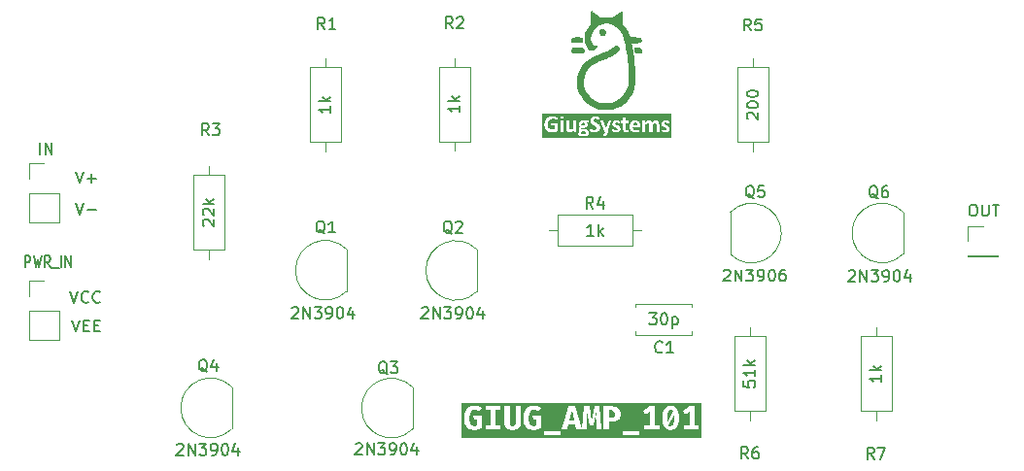
<source format=gbr>
%TF.GenerationSoftware,KiCad,Pcbnew,8.0.4*%
%TF.CreationDate,2024-10-21T15:03:49+02:00*%
%TF.ProjectId,GiugPamp_101,47697567-5061-46d7-905f-3130312e6b69,rev?*%
%TF.SameCoordinates,Original*%
%TF.FileFunction,Legend,Top*%
%TF.FilePolarity,Positive*%
%FSLAX46Y46*%
G04 Gerber Fmt 4.6, Leading zero omitted, Abs format (unit mm)*
G04 Created by KiCad (PCBNEW 8.0.4) date 2024-10-21 15:03:49*
%MOMM*%
%LPD*%
G01*
G04 APERTURE LIST*
%ADD10C,0.200000*%
%ADD11C,0.150000*%
%ADD12C,0.300000*%
%ADD13C,0.120000*%
%ADD14C,0.000000*%
G04 APERTURE END LIST*
D10*
G36*
X99637364Y-83390030D02*
G01*
X99639928Y-83494077D01*
X99640596Y-83591908D01*
X99640567Y-83608352D01*
X99638703Y-83717632D01*
X99633941Y-83816721D01*
X99624950Y-83917487D01*
X99610310Y-84014937D01*
X99600163Y-84062213D01*
X99569000Y-84157869D01*
X99516521Y-84242083D01*
X99448264Y-84291170D01*
X99350924Y-84310471D01*
X99250785Y-84299235D01*
X99175558Y-84257226D01*
X99633757Y-83314448D01*
X99637364Y-83390030D01*
G37*
G36*
X99377611Y-82866389D02*
G01*
X99475000Y-82889954D01*
X99496454Y-82902533D01*
X99560484Y-82978370D01*
X99074930Y-83989535D01*
X99068003Y-83912348D01*
X99062229Y-83813192D01*
X99061199Y-83787844D01*
X99058558Y-83685040D01*
X99057833Y-83586046D01*
X99057901Y-83561843D01*
X99060306Y-83447452D01*
X99066145Y-83344104D01*
X99077685Y-83234664D01*
X99097400Y-83127083D01*
X99128175Y-83030638D01*
X99168475Y-82958403D01*
X99248159Y-82888748D01*
X99350924Y-82865530D01*
X99377611Y-82866389D01*
G37*
G36*
X94158429Y-82921532D02*
G01*
X94258356Y-82932552D01*
X94355128Y-82966555D01*
X94436121Y-83034876D01*
X94482754Y-83134052D01*
X94495376Y-83243618D01*
X94489850Y-83327912D01*
X94464206Y-83423976D01*
X94406960Y-83507889D01*
X94358417Y-83544433D01*
X94261042Y-83581549D01*
X94160764Y-83591420D01*
X93975628Y-83591420D01*
X93975628Y-82921217D01*
X94136339Y-82921217D01*
X94158429Y-82921532D01*
G37*
G36*
X90953367Y-83810261D02*
G01*
X90522522Y-83810261D01*
X90737944Y-82920240D01*
X90953367Y-83810261D01*
G37*
G36*
X102015086Y-85338694D02*
G01*
X81117258Y-85338694D01*
X81117258Y-85116472D01*
X88304309Y-85116472D01*
X89739968Y-85116472D01*
X95190003Y-85116472D01*
X96625662Y-85116472D01*
X96625662Y-84741315D01*
X95190003Y-84741315D01*
X95190003Y-85116472D01*
X89739968Y-85116472D01*
X89739968Y-84741315D01*
X88304309Y-84741315D01*
X88304309Y-85116472D01*
X81117258Y-85116472D01*
X81117258Y-83581161D01*
X81339480Y-83581161D01*
X81340352Y-83645342D01*
X81347328Y-83767876D01*
X81361280Y-83882639D01*
X81382209Y-83989633D01*
X81410113Y-84088856D01*
X81444994Y-84180310D01*
X81498406Y-84283701D01*
X81562718Y-84374951D01*
X81606339Y-84423663D01*
X81686885Y-84494202D01*
X81777233Y-84551432D01*
X81877384Y-84595353D01*
X81987339Y-84625965D01*
X82107097Y-84643267D01*
X82209961Y-84647526D01*
X82272830Y-84646238D01*
X82382026Y-84637428D01*
X82486122Y-84620272D01*
X82585118Y-84594769D01*
X82627746Y-84581137D01*
X82721036Y-84546336D01*
X82810694Y-84505815D01*
X82906053Y-84454085D01*
X82906053Y-83435104D01*
X82165020Y-83435104D01*
X82211427Y-83772159D01*
X82461043Y-83772159D01*
X82461043Y-84247944D01*
X82440767Y-84258174D01*
X82345760Y-84293374D01*
X82314436Y-84300853D01*
X82213869Y-84310471D01*
X82189539Y-84309865D01*
X82086556Y-84291032D01*
X81995516Y-84241594D01*
X81955246Y-84201294D01*
X81901399Y-84111844D01*
X81867044Y-84012983D01*
X81864460Y-84002923D01*
X81844891Y-83902720D01*
X81833075Y-83799055D01*
X81827045Y-83697077D01*
X81825034Y-83584581D01*
X81825093Y-83568497D01*
X81828790Y-83461330D01*
X81838236Y-83363653D01*
X81856074Y-83263643D01*
X81885118Y-83165949D01*
X81922629Y-83082701D01*
X81977816Y-82999634D01*
X82049738Y-82932452D01*
X82089786Y-82907385D01*
X82183627Y-82870865D01*
X82287142Y-82858691D01*
X82381824Y-82867707D01*
X82476674Y-82899724D01*
X82487142Y-82905027D01*
X82572811Y-82959951D01*
X82650575Y-83026242D01*
X82748987Y-82921217D01*
X83211845Y-82921217D01*
X83622662Y-82921217D01*
X83622662Y-84247944D01*
X83211845Y-84247944D01*
X83211845Y-84585000D01*
X84503890Y-84585000D01*
X84503890Y-84247944D01*
X84093562Y-84247944D01*
X84093562Y-83924078D01*
X84838503Y-83924078D01*
X84841371Y-84002841D01*
X84854117Y-84102141D01*
X84880646Y-84206044D01*
X84920080Y-84301678D01*
X84947729Y-84350782D01*
X85007595Y-84430453D01*
X85080444Y-84498919D01*
X85166277Y-84556179D01*
X85265521Y-84600336D01*
X85364897Y-84627454D01*
X85474776Y-84643155D01*
X85579535Y-84647526D01*
X85683510Y-84642968D01*
X85792664Y-84626596D01*
X85891498Y-84598317D01*
X85990352Y-84552271D01*
X86039792Y-84520846D01*
X86118686Y-84455927D01*
X86184597Y-84380265D01*
X86237526Y-84293862D01*
X86265581Y-84231002D01*
X86296781Y-84131109D01*
X86314920Y-84024493D01*
X86320080Y-83924078D01*
X86320080Y-83581161D01*
X86503750Y-83581161D01*
X86504622Y-83645342D01*
X86511599Y-83767876D01*
X86525551Y-83882639D01*
X86546480Y-83989633D01*
X86574384Y-84088856D01*
X86609265Y-84180310D01*
X86662677Y-84283701D01*
X86726988Y-84374951D01*
X86770610Y-84423663D01*
X86851155Y-84494202D01*
X86941504Y-84551432D01*
X87041655Y-84595353D01*
X87151610Y-84625965D01*
X87271367Y-84643267D01*
X87374232Y-84647526D01*
X87437101Y-84646238D01*
X87546297Y-84637428D01*
X87650393Y-84620272D01*
X87749389Y-84594769D01*
X87779937Y-84585000D01*
X91653855Y-84585000D01*
X92057344Y-84585000D01*
X92071510Y-83741873D01*
X92072640Y-83664692D01*
X92073096Y-83566545D01*
X92071999Y-83462459D01*
X92071426Y-83432471D01*
X92068100Y-83330276D01*
X92062718Y-83232383D01*
X92060461Y-83197678D01*
X92052874Y-83096699D01*
X92044155Y-82997909D01*
X92285467Y-84244036D01*
X92641573Y-84244036D01*
X92865788Y-82997909D01*
X92862654Y-83038939D01*
X92855175Y-83139589D01*
X92848203Y-83238244D01*
X92846959Y-83258297D01*
X92841900Y-83361137D01*
X92838921Y-83460994D01*
X92838325Y-83529674D01*
X92839092Y-83631466D01*
X92841364Y-83735034D01*
X92865788Y-84585000D01*
X93276116Y-84585000D01*
X93220567Y-83591420D01*
X93504239Y-83591420D01*
X93504239Y-84600143D01*
X93975628Y-84600143D01*
X93975628Y-83928475D01*
X94191050Y-83928475D01*
X94205709Y-83928402D01*
X94305172Y-83923804D01*
X94412090Y-83909790D01*
X94511802Y-83886434D01*
X94604309Y-83853736D01*
X94658083Y-83828484D01*
X94745078Y-83773474D01*
X94819478Y-83706176D01*
X94881280Y-83626591D01*
X94924664Y-83545075D01*
X94958654Y-83441253D01*
X94975698Y-83338198D01*
X94980443Y-83239710D01*
X94979573Y-83199087D01*
X94966521Y-83085074D01*
X94937807Y-82982841D01*
X94934655Y-82976416D01*
X96934385Y-82976416D01*
X97126849Y-83291978D01*
X97536200Y-83033080D01*
X97536200Y-84247944D01*
X97056507Y-84247944D01*
X97056507Y-84585000D01*
X98350017Y-84585000D01*
X98350017Y-84247944D01*
X97978279Y-84247944D01*
X97978279Y-83584581D01*
X98631385Y-83584581D01*
X98631393Y-83586046D01*
X98631561Y-83615571D01*
X98635785Y-83735284D01*
X98645643Y-83848204D01*
X98661133Y-83954332D01*
X98682256Y-84053666D01*
X98716582Y-84168281D01*
X98753465Y-84257226D01*
X98759708Y-84272282D01*
X98811636Y-84365669D01*
X98859492Y-84431729D01*
X98941752Y-84514305D01*
X99036584Y-84577062D01*
X99143986Y-84620001D01*
X99243090Y-84640644D01*
X99350924Y-84647526D01*
X99437218Y-84643122D01*
X99537401Y-84625230D01*
X99646348Y-84585594D01*
X99743000Y-84526140D01*
X99827355Y-84446868D01*
X99888258Y-84365669D01*
X99899438Y-84347841D01*
X99950014Y-84252331D01*
X99991716Y-84146207D01*
X100024546Y-84029469D01*
X100044421Y-83928437D01*
X100058618Y-83820611D01*
X100067136Y-83705992D01*
X100069975Y-83584581D01*
X100069798Y-83553654D01*
X100065539Y-83434231D01*
X100055601Y-83321661D01*
X100039985Y-83215946D01*
X100018690Y-83117085D01*
X99984086Y-83003147D01*
X99972827Y-82976416D01*
X100377233Y-82976416D01*
X100569696Y-83291978D01*
X100979047Y-83033080D01*
X100979047Y-84247944D01*
X100499354Y-84247944D01*
X100499354Y-84585000D01*
X101792864Y-84585000D01*
X101792864Y-84247944D01*
X101421127Y-84247944D01*
X101421127Y-82568531D01*
X101019103Y-82568531D01*
X100377233Y-82976416D01*
X99972827Y-82976416D01*
X99940608Y-82899919D01*
X99888258Y-82807400D01*
X99840219Y-82742027D01*
X99757913Y-82660311D01*
X99663311Y-82598206D01*
X99556413Y-82555714D01*
X99457938Y-82535284D01*
X99350924Y-82528475D01*
X99263958Y-82532833D01*
X99163108Y-82550538D01*
X99053611Y-82589762D01*
X98956685Y-82648598D01*
X98872329Y-82727046D01*
X98811636Y-82807400D01*
X98800546Y-82825047D01*
X98750379Y-82919708D01*
X98709012Y-83025078D01*
X98676448Y-83141158D01*
X98656733Y-83241733D01*
X98642650Y-83349161D01*
X98634201Y-83463444D01*
X98631385Y-83584581D01*
X97978279Y-83584581D01*
X97978279Y-82568531D01*
X97576256Y-82568531D01*
X96934385Y-82976416D01*
X94934655Y-82976416D01*
X94893431Y-82892389D01*
X94833393Y-82813718D01*
X94757693Y-82746828D01*
X94743623Y-82736820D01*
X94651712Y-82683445D01*
X94546955Y-82641508D01*
X94449844Y-82615297D01*
X94343813Y-82597029D01*
X94228862Y-82586704D01*
X94130478Y-82584162D01*
X93504239Y-82584162D01*
X93504239Y-83591420D01*
X93220567Y-83591420D01*
X93164253Y-82584162D01*
X92680652Y-82584162D01*
X92470603Y-83881092D01*
X92249808Y-82584162D01*
X91765718Y-82584162D01*
X91653855Y-84585000D01*
X87779937Y-84585000D01*
X87781466Y-84584511D01*
X89850366Y-84584511D01*
X90343248Y-84584511D01*
X90447784Y-84147316D01*
X91031036Y-84147316D01*
X91135572Y-84584511D01*
X91639689Y-84584511D01*
X91031036Y-82568531D01*
X90459508Y-82568531D01*
X90084311Y-83810261D01*
X89850366Y-84584511D01*
X87781466Y-84584511D01*
X87792017Y-84581137D01*
X87885307Y-84546336D01*
X87974964Y-84505815D01*
X88070324Y-84454085D01*
X88070324Y-83435104D01*
X87329291Y-83435104D01*
X87375697Y-83772159D01*
X87625314Y-83772159D01*
X87625314Y-84247944D01*
X87605038Y-84258174D01*
X87510031Y-84293374D01*
X87478707Y-84300853D01*
X87378140Y-84310471D01*
X87353809Y-84309865D01*
X87250827Y-84291032D01*
X87159787Y-84241594D01*
X87119517Y-84201294D01*
X87065670Y-84111844D01*
X87031315Y-84012983D01*
X87028730Y-84002923D01*
X87009161Y-83902720D01*
X86997346Y-83799055D01*
X86991315Y-83697077D01*
X86989305Y-83584581D01*
X86989364Y-83568497D01*
X86993060Y-83461330D01*
X87002507Y-83363653D01*
X87020345Y-83263643D01*
X87049389Y-83165949D01*
X87086900Y-83082701D01*
X87142087Y-82999634D01*
X87214009Y-82932452D01*
X87254057Y-82907385D01*
X87347898Y-82870865D01*
X87451413Y-82858691D01*
X87546095Y-82867707D01*
X87640945Y-82899724D01*
X87651413Y-82905027D01*
X87737081Y-82959951D01*
X87814846Y-83026242D01*
X88062020Y-82762459D01*
X88047358Y-82749070D01*
X87970154Y-82687103D01*
X87886463Y-82633436D01*
X87796284Y-82588070D01*
X87737808Y-82565493D01*
X87641015Y-82540385D01*
X87533326Y-82525788D01*
X87428454Y-82521636D01*
X87364615Y-82523536D01*
X87256570Y-82536009D01*
X87153200Y-82560121D01*
X87054505Y-82595875D01*
X86960484Y-82643269D01*
X86897096Y-82683929D01*
X86815404Y-82750270D01*
X86741941Y-82827597D01*
X86676705Y-82915911D01*
X86627337Y-83000352D01*
X86598372Y-83061039D01*
X86562164Y-83158451D01*
X86534647Y-83263524D01*
X86515819Y-83376255D01*
X86506768Y-83476049D01*
X86503750Y-83581161D01*
X86320080Y-83581161D01*
X86320080Y-82584162D01*
X85847714Y-82584162D01*
X85847714Y-83758482D01*
X85845377Y-83872090D01*
X85838364Y-83972702D01*
X85824626Y-84071773D01*
X85798866Y-84171741D01*
X85766839Y-84232435D01*
X85682369Y-84294078D01*
X85579535Y-84310471D01*
X85501683Y-84301800D01*
X85413527Y-84256279D01*
X85359717Y-84171741D01*
X85356712Y-84162937D01*
X85331906Y-84060317D01*
X85318930Y-83959124D01*
X85312586Y-83856656D01*
X85310868Y-83758482D01*
X85310868Y-82584162D01*
X84838503Y-82584162D01*
X84838503Y-83924078D01*
X84093562Y-83924078D01*
X84093562Y-82921217D01*
X84503890Y-82921217D01*
X84503890Y-82584162D01*
X83211845Y-82584162D01*
X83211845Y-82921217D01*
X82748987Y-82921217D01*
X82897749Y-82762459D01*
X82883087Y-82749070D01*
X82805883Y-82687103D01*
X82722192Y-82633436D01*
X82632013Y-82588070D01*
X82573538Y-82565493D01*
X82476744Y-82540385D01*
X82369055Y-82525788D01*
X82264183Y-82521636D01*
X82200344Y-82523536D01*
X82092299Y-82536009D01*
X81988929Y-82560121D01*
X81890234Y-82595875D01*
X81796214Y-82643269D01*
X81732825Y-82683929D01*
X81651133Y-82750270D01*
X81577670Y-82827597D01*
X81512434Y-82915911D01*
X81463066Y-83000352D01*
X81434101Y-83061039D01*
X81397894Y-83158451D01*
X81370376Y-83263524D01*
X81351549Y-83376255D01*
X81342497Y-83476049D01*
X81339480Y-83581161D01*
X81117258Y-83581161D01*
X81117258Y-82299414D01*
X102015086Y-82299414D01*
X102015086Y-85338694D01*
G37*
D11*
X47477619Y-62124819D02*
X47810952Y-63124819D01*
X47810952Y-63124819D02*
X48144285Y-62124819D01*
X48477619Y-62743866D02*
X49239524Y-62743866D01*
X48858571Y-63124819D02*
X48858571Y-62362914D01*
D12*
G36*
X91802721Y-58628234D02*
G01*
X91833564Y-58630547D01*
X91904937Y-58654246D01*
X91909418Y-58657307D01*
X91941939Y-58723489D01*
X91931681Y-58772948D01*
X91896510Y-58815446D01*
X91831664Y-58845854D01*
X91807694Y-58851522D01*
X91732745Y-58857578D01*
X91657923Y-58852599D01*
X91585833Y-58831566D01*
X91568153Y-58820962D01*
X91533810Y-58755362D01*
X91536741Y-58724221D01*
X91549930Y-58693080D01*
X91575575Y-58659741D01*
X91618440Y-58623105D01*
X91802721Y-58628234D01*
G37*
G36*
X91771195Y-57853759D02*
G01*
X91839724Y-57886713D01*
X91864951Y-57918638D01*
X91881123Y-57990394D01*
X91871231Y-58043883D01*
X91842655Y-58088946D01*
X91794661Y-58119720D01*
X91726517Y-58130711D01*
X91680117Y-58126382D01*
X91612212Y-58094075D01*
X91588850Y-58065727D01*
X91571179Y-57994057D01*
X91580338Y-57939103D01*
X91608548Y-57892575D01*
X91656542Y-57861067D01*
X91723586Y-57849344D01*
X91771195Y-57853759D01*
G37*
G36*
X96260214Y-57849588D02*
G01*
X96333273Y-57865006D01*
X96392899Y-57911992D01*
X96408733Y-57937009D01*
X96432054Y-58008306D01*
X96436863Y-58083817D01*
X96049249Y-58083817D01*
X96050447Y-58065750D01*
X96064270Y-57992226D01*
X96066774Y-57984288D01*
X96101273Y-57917854D01*
X96104344Y-57913967D01*
X96162090Y-57868028D01*
X96173851Y-57862645D01*
X96248185Y-57849344D01*
X96260214Y-57849588D01*
G37*
G36*
X99416841Y-59211824D02*
G01*
X88183437Y-59211824D01*
X88183437Y-58796029D01*
X91283583Y-58796029D01*
X91285496Y-58826039D01*
X91307763Y-58896413D01*
X91327807Y-58926382D01*
X91385066Y-58975181D01*
X91449884Y-59006079D01*
X91520987Y-59026472D01*
X91570462Y-59035504D01*
X91644814Y-59042949D01*
X91721388Y-59045157D01*
X91786783Y-59043099D01*
X91860177Y-59034996D01*
X91932048Y-59019145D01*
X91943239Y-59015865D01*
X92014846Y-58988736D01*
X92082257Y-58948803D01*
X92128760Y-58906608D01*
X92171650Y-58843290D01*
X92192186Y-58788853D01*
X92201692Y-58714330D01*
X92199509Y-58676727D01*
X92179344Y-58603321D01*
X92165414Y-58577043D01*
X92115596Y-58520157D01*
X92081490Y-58496268D01*
X92040203Y-58478391D01*
X92315631Y-58478391D01*
X92321127Y-58550931D01*
X92340177Y-58589766D01*
X92384141Y-58620907D01*
X92391978Y-58625280D01*
X92459979Y-58654612D01*
X92492813Y-58665132D01*
X92564392Y-58682090D01*
X92618218Y-58689853D01*
X92692986Y-58693447D01*
X92730755Y-58692507D01*
X92809670Y-58684018D01*
X92884595Y-58666702D01*
X92906674Y-58659518D01*
X92978271Y-58627972D01*
X93041032Y-58586468D01*
X93057358Y-58572776D01*
X93107648Y-58518359D01*
X93147278Y-58453845D01*
X93162553Y-58417836D01*
X93180966Y-58344450D01*
X93186479Y-58269197D01*
X93181710Y-58202739D01*
X93161566Y-58129246D01*
X93140941Y-58086896D01*
X93096720Y-58025931D01*
X93065121Y-57994710D01*
X93005129Y-57950460D01*
X92966128Y-57927808D01*
X92899982Y-57894406D01*
X92863425Y-57877625D01*
X92794836Y-57847512D01*
X92769694Y-57836154D01*
X92702512Y-57799884D01*
X92692603Y-57793450D01*
X92637665Y-57741999D01*
X92633344Y-57735782D01*
X92632826Y-57733939D01*
X93236304Y-57733939D01*
X93249494Y-57788161D01*
X93566032Y-58624204D01*
X93581786Y-58651315D01*
X93606332Y-58670000D01*
X93483600Y-58978845D01*
X93477372Y-59008886D01*
X93490561Y-59029403D01*
X93527564Y-59041493D01*
X93593876Y-59045157D01*
X93639807Y-59044047D01*
X93714410Y-59033799D01*
X93764968Y-58996430D01*
X93875976Y-58670000D01*
X93931893Y-58507334D01*
X94269085Y-58507334D01*
X94275314Y-58576577D01*
X94292899Y-58611748D01*
X94328803Y-58637027D01*
X94390718Y-58663771D01*
X94402523Y-58667671D01*
X94474616Y-58685020D01*
X94498361Y-58688707D01*
X94573168Y-58693447D01*
X94578513Y-58693427D01*
X94655691Y-58688409D01*
X94731803Y-58673297D01*
X94792130Y-58652129D01*
X94858565Y-58613579D01*
X94898272Y-58577691D01*
X94941730Y-58513928D01*
X94963712Y-58449906D01*
X94971039Y-58376542D01*
X94969474Y-58342664D01*
X94951256Y-58268464D01*
X94943536Y-58251755D01*
X94899965Y-58190062D01*
X94887690Y-58178071D01*
X94827058Y-58134741D01*
X94811770Y-58126429D01*
X94744626Y-58095174D01*
X94731698Y-58089865D01*
X94662194Y-58063667D01*
X94657145Y-58061872D01*
X94589654Y-58032892D01*
X94537997Y-57995157D01*
X94518579Y-57941667D01*
X94526639Y-57905397D01*
X94551552Y-57875722D01*
X94593684Y-57856304D01*
X94654501Y-57849344D01*
X94669688Y-57849621D01*
X94742428Y-57860701D01*
X94810572Y-57884515D01*
X94859298Y-57908695D01*
X94888607Y-57919685D01*
X94902896Y-57916022D01*
X94912787Y-57901734D01*
X94917916Y-57873524D01*
X94919382Y-57826995D01*
X94918063Y-57790725D01*
X95031123Y-57790725D01*
X95031163Y-57797698D01*
X95041381Y-57872058D01*
X95071423Y-57896238D01*
X95181332Y-57896238D01*
X95181332Y-58365551D01*
X95185196Y-58439638D01*
X95198918Y-58511730D01*
X95213302Y-58551578D01*
X95253506Y-58613946D01*
X95281240Y-58639184D01*
X95346929Y-58673663D01*
X95404674Y-58687863D01*
X95481018Y-58693447D01*
X95538171Y-58690516D01*
X95590928Y-58682090D01*
X95633060Y-58669267D01*
X95660170Y-58652048D01*
X95675191Y-58619075D01*
X95681053Y-58551297D01*
X95678489Y-58505502D01*
X95672627Y-58476926D01*
X95663834Y-58462271D01*
X95652110Y-58458607D01*
X95636357Y-58462271D01*
X95614375Y-58470697D01*
X95585066Y-58478757D01*
X95548063Y-58482421D01*
X95529961Y-58481500D01*
X95463433Y-58444685D01*
X95447404Y-58404194D01*
X95439986Y-58331113D01*
X95439986Y-58187864D01*
X95785467Y-58187864D01*
X95787872Y-58257413D01*
X95797345Y-58335412D01*
X95815875Y-58411713D01*
X95826147Y-58440684D01*
X95860054Y-58508557D01*
X95908199Y-58569616D01*
X95928281Y-58588310D01*
X95992315Y-58632468D01*
X96062072Y-58662672D01*
X96129138Y-58680193D01*
X96203390Y-58690441D01*
X96277128Y-58693447D01*
X96330867Y-58691875D01*
X96404623Y-58683921D01*
X96437319Y-58678509D01*
X96510868Y-58662306D01*
X96516619Y-58660702D01*
X96587072Y-58636294D01*
X96623709Y-58616144D01*
X96634699Y-58601856D01*
X96640561Y-58583171D01*
X96643859Y-58556427D01*
X96644958Y-58518691D01*
X96643492Y-58477292D01*
X96637630Y-58451646D01*
X96627372Y-58439190D01*
X96611985Y-58435526D01*
X96571685Y-58446517D01*
X96509403Y-58470697D01*
X96492227Y-58476362D01*
X96420010Y-58494877D01*
X96375555Y-58501994D01*
X96300575Y-58505868D01*
X96260726Y-58504151D01*
X96185903Y-58488283D01*
X96168524Y-58481122D01*
X96107501Y-58436992D01*
X96094987Y-58421562D01*
X96063171Y-58355293D01*
X96055830Y-58324030D01*
X96049249Y-58247948D01*
X96608688Y-58247948D01*
X96666939Y-58225233D01*
X96688189Y-58154891D01*
X96688189Y-58113492D01*
X96687580Y-58083501D01*
X96680306Y-58008791D01*
X96663276Y-57933607D01*
X96660097Y-57923345D01*
X96629234Y-57851941D01*
X96585973Y-57790359D01*
X96575889Y-57779256D01*
X96517645Y-57730699D01*
X96508502Y-57725879D01*
X96895551Y-57725879D01*
X96895551Y-58629333D01*
X96901779Y-58647285D01*
X96922662Y-58660108D01*
X96962229Y-58667435D01*
X97025244Y-58670000D01*
X97088258Y-58667435D01*
X97127826Y-58660108D01*
X97149075Y-58647651D01*
X97155303Y-58629699D01*
X97155303Y-58033991D01*
X97201665Y-57981177D01*
X97257152Y-57931409D01*
X97280943Y-57916022D01*
X97352041Y-57896238D01*
X97417254Y-57910893D01*
X97462316Y-57952292D01*
X97488695Y-58016039D01*
X97490266Y-58023048D01*
X97497487Y-58098105D01*
X97497487Y-58629699D01*
X97503715Y-58647651D01*
X97524598Y-58660108D01*
X97564166Y-58667435D01*
X97627180Y-58670000D01*
X97689096Y-58667435D01*
X97728663Y-58660108D01*
X97749912Y-58647651D01*
X97756140Y-58629699D01*
X97756140Y-58033991D01*
X97803254Y-57981177D01*
X97859089Y-57931409D01*
X97879730Y-57917705D01*
X97952878Y-57896238D01*
X98018091Y-57910893D01*
X98063520Y-57952292D01*
X98090265Y-58016039D01*
X98091836Y-58023048D01*
X98099057Y-58098105D01*
X98099057Y-58629699D01*
X98104553Y-58647651D01*
X98125436Y-58660108D01*
X98165003Y-58667435D01*
X98228750Y-58670000D01*
X98291399Y-58667435D01*
X98330600Y-58659741D01*
X98351482Y-58647285D01*
X98357711Y-58629333D01*
X98357711Y-58507334D01*
X98548220Y-58507334D01*
X98554448Y-58576577D01*
X98572034Y-58611748D01*
X98607937Y-58637027D01*
X98669853Y-58663771D01*
X98681658Y-58667671D01*
X98753750Y-58685020D01*
X98777495Y-58688707D01*
X98852302Y-58693447D01*
X98857648Y-58693427D01*
X98934826Y-58688409D01*
X99010938Y-58673297D01*
X99071265Y-58652129D01*
X99137700Y-58613579D01*
X99177407Y-58577691D01*
X99220865Y-58513928D01*
X99242847Y-58449906D01*
X99250174Y-58376542D01*
X99248609Y-58342664D01*
X99230390Y-58268464D01*
X99222671Y-58251755D01*
X99179099Y-58190062D01*
X99166825Y-58178071D01*
X99106193Y-58134741D01*
X99090904Y-58126429D01*
X99023761Y-58095174D01*
X99010833Y-58089865D01*
X98941329Y-58063667D01*
X98936280Y-58061872D01*
X98868789Y-58032892D01*
X98817131Y-57995157D01*
X98797714Y-57941667D01*
X98805774Y-57905397D01*
X98830687Y-57875722D01*
X98872819Y-57856304D01*
X98933635Y-57849344D01*
X98948823Y-57849621D01*
X99021563Y-57860701D01*
X99089706Y-57884515D01*
X99138433Y-57908695D01*
X99167742Y-57919685D01*
X99182030Y-57916022D01*
X99191922Y-57901734D01*
X99197051Y-57873524D01*
X99198517Y-57826995D01*
X99197051Y-57786695D01*
X99193387Y-57759218D01*
X99187159Y-57740167D01*
X99173237Y-57724047D01*
X99140631Y-57704996D01*
X99085310Y-57684113D01*
X99083241Y-57683521D01*
X99011304Y-57668360D01*
X99001098Y-57666814D01*
X98927407Y-57661765D01*
X98922020Y-57661786D01*
X98845158Y-57667169D01*
X98771336Y-57683381D01*
X98718285Y-57703785D01*
X98653367Y-57743831D01*
X98620239Y-57775223D01*
X98578995Y-57837620D01*
X98562390Y-57884024D01*
X98553349Y-57958154D01*
X98555210Y-57996665D01*
X98572400Y-58068796D01*
X98579982Y-58085643D01*
X98622958Y-58147930D01*
X98633001Y-58157878D01*
X98694033Y-58203251D01*
X98709060Y-58211589D01*
X98775366Y-58243551D01*
X98785773Y-58247810D01*
X98856699Y-58275059D01*
X98859186Y-58275954D01*
X98928140Y-58305833D01*
X98978698Y-58344302D01*
X98997749Y-58397058D01*
X98987491Y-58444319D01*
X98957083Y-58478391D01*
X98909455Y-58498907D01*
X98847173Y-58505868D01*
X98820062Y-58504929D01*
X98747522Y-58490847D01*
X98739441Y-58488012D01*
X98670952Y-58458607D01*
X98615631Y-58426734D01*
X98582292Y-58412079D01*
X98566905Y-58415743D01*
X98556280Y-58430397D01*
X98550052Y-58459340D01*
X98548220Y-58507334D01*
X98357711Y-58507334D01*
X98357711Y-58047180D01*
X98353589Y-57970793D01*
X98341224Y-57898436D01*
X98322521Y-57840323D01*
X98285903Y-57775704D01*
X98247545Y-57733820D01*
X98184420Y-57692540D01*
X98176476Y-57688813D01*
X98104783Y-57667655D01*
X98030181Y-57661765D01*
X98025149Y-57661805D01*
X97951046Y-57672023D01*
X97943830Y-57673971D01*
X97873743Y-57702431D01*
X97856861Y-57711986D01*
X97795708Y-57755554D01*
X97768289Y-57779443D01*
X97714741Y-57833224D01*
X97711373Y-57826006D01*
X97671510Y-57762882D01*
X97666615Y-57756989D01*
X97610327Y-57708660D01*
X97598981Y-57701821D01*
X97529361Y-57673855D01*
X97502909Y-57668011D01*
X97427145Y-57661765D01*
X97411747Y-57662135D01*
X97336496Y-57675096D01*
X97268876Y-57703897D01*
X97226366Y-57730900D01*
X97169505Y-57777182D01*
X97117201Y-57829926D01*
X97117201Y-57725512D01*
X97112072Y-57707927D01*
X97094853Y-57695471D01*
X97061514Y-57687777D01*
X97006926Y-57685212D01*
X96953803Y-57687777D01*
X96918998Y-57695471D01*
X96900680Y-57707927D01*
X96895551Y-57725879D01*
X96508502Y-57725879D01*
X96451517Y-57695837D01*
X96402895Y-57679367D01*
X96329771Y-57665791D01*
X96254413Y-57661765D01*
X96207700Y-57663483D01*
X96132516Y-57674422D01*
X96058042Y-57697669D01*
X96026271Y-57712266D01*
X95963798Y-57751670D01*
X95910031Y-57801716D01*
X95884809Y-57832967D01*
X95845316Y-57898631D01*
X95817341Y-57968046D01*
X95799194Y-58038154D01*
X95792802Y-58083817D01*
X95788580Y-58113976D01*
X95785467Y-58187864D01*
X95439986Y-58187864D01*
X95439986Y-57896238D01*
X95640753Y-57896238D01*
X95670795Y-57872058D01*
X95673199Y-57865418D01*
X95681053Y-57790725D01*
X95678489Y-57740167D01*
X95670795Y-57707561D01*
X95657972Y-57690341D01*
X95640020Y-57685212D01*
X95439986Y-57685212D01*
X95439986Y-57472355D01*
X95433757Y-57452937D01*
X95412875Y-57438649D01*
X95373307Y-57430223D01*
X95310293Y-57427292D01*
X95247644Y-57430223D01*
X95207711Y-57438649D01*
X95186828Y-57452937D01*
X95181332Y-57472355D01*
X95181332Y-57685212D01*
X95072156Y-57685212D01*
X95054204Y-57690341D01*
X95041381Y-57707561D01*
X95033688Y-57740167D01*
X95031123Y-57790725D01*
X94918063Y-57790725D01*
X94917916Y-57786695D01*
X94914253Y-57759218D01*
X94908025Y-57740167D01*
X94894103Y-57724047D01*
X94861496Y-57704996D01*
X94806175Y-57684113D01*
X94804107Y-57683521D01*
X94732170Y-57668360D01*
X94721963Y-57666814D01*
X94648272Y-57661765D01*
X94642885Y-57661786D01*
X94566024Y-57667169D01*
X94492201Y-57683381D01*
X94439151Y-57703785D01*
X94374232Y-57743831D01*
X94341105Y-57775223D01*
X94299860Y-57837620D01*
X94283255Y-57884024D01*
X94274214Y-57958154D01*
X94276075Y-57996665D01*
X94293265Y-58068796D01*
X94300847Y-58085643D01*
X94343824Y-58147930D01*
X94353866Y-58157878D01*
X94414898Y-58203251D01*
X94429925Y-58211589D01*
X94496231Y-58243551D01*
X94506638Y-58247810D01*
X94577564Y-58275059D01*
X94580052Y-58275954D01*
X94649005Y-58305833D01*
X94699563Y-58344302D01*
X94718614Y-58397058D01*
X94708356Y-58444319D01*
X94677948Y-58478391D01*
X94630321Y-58498907D01*
X94568039Y-58505868D01*
X94540928Y-58504929D01*
X94468387Y-58490847D01*
X94460306Y-58488012D01*
X94391817Y-58458607D01*
X94336496Y-58426734D01*
X94303157Y-58412079D01*
X94287770Y-58415743D01*
X94277145Y-58430397D01*
X94270917Y-58459340D01*
X94269085Y-58507334D01*
X93931893Y-58507334D01*
X94182257Y-57779002D01*
X94190317Y-57734672D01*
X94176395Y-57704630D01*
X94133164Y-57689242D01*
X94059525Y-57685212D01*
X94056009Y-57685216D01*
X93980024Y-57689242D01*
X93947418Y-57702065D01*
X93931664Y-57737236D01*
X93733827Y-58358224D01*
X93730896Y-58358224D01*
X93514375Y-57749326D01*
X93499720Y-57713422D01*
X93478105Y-57694371D01*
X93437805Y-57686678D01*
X93368196Y-57685212D01*
X93365169Y-57685216D01*
X93290160Y-57689242D01*
X93248394Y-57704263D01*
X93236304Y-57733939D01*
X92632826Y-57733939D01*
X92613485Y-57665062D01*
X92624110Y-57608276D01*
X92657083Y-57562114D01*
X92712404Y-57532072D01*
X92716570Y-57530741D01*
X92789706Y-57521081D01*
X92820895Y-57522240D01*
X92893754Y-57535736D01*
X92908351Y-57540281D01*
X92977285Y-57567609D01*
X93037735Y-57600216D01*
X93074005Y-57614870D01*
X93091957Y-57608642D01*
X93102581Y-57589225D01*
X93107711Y-57555153D01*
X93109176Y-57504595D01*
X93108077Y-57459898D01*
X93104413Y-57430223D01*
X93098185Y-57411172D01*
X93084263Y-57393220D01*
X93042131Y-57366842D01*
X93038110Y-57364840D01*
X92968859Y-57337899D01*
X92953239Y-57333284D01*
X92880198Y-57317749D01*
X92859522Y-57314751D01*
X92785676Y-57310055D01*
X92762842Y-57310427D01*
X92685354Y-57317590D01*
X92611653Y-57333869D01*
X92606568Y-57335381D01*
X92535266Y-57363728D01*
X92469504Y-57405676D01*
X92465773Y-57408700D01*
X92412593Y-57463701D01*
X92373883Y-57526577D01*
X92363645Y-57549818D01*
X92344211Y-57620984D01*
X92338346Y-57695104D01*
X92343044Y-57763706D01*
X92362892Y-57838719D01*
X92383637Y-57881292D01*
X92427372Y-57942400D01*
X92458765Y-57973621D01*
X92517498Y-58017871D01*
X92555829Y-58040574D01*
X92621545Y-58074291D01*
X92658138Y-58090907D01*
X92725593Y-58121186D01*
X92750185Y-58132383D01*
X92815718Y-58168447D01*
X92825461Y-58174881D01*
X92880198Y-58226332D01*
X92884651Y-58232559D01*
X92905111Y-58304368D01*
X92905097Y-58306925D01*
X92890457Y-58379106D01*
X92848691Y-58435160D01*
X92782379Y-58469965D01*
X92767318Y-58474198D01*
X92693719Y-58482421D01*
X92635659Y-58479398D01*
X92561461Y-58464103D01*
X92530559Y-58453509D01*
X92462909Y-58423803D01*
X92460359Y-58422432D01*
X92395498Y-58383503D01*
X92354832Y-58365184D01*
X92336880Y-58371046D01*
X92324424Y-58390097D01*
X92317463Y-58424902D01*
X92315631Y-58478391D01*
X92040203Y-58478391D01*
X92012281Y-58466301D01*
X91946885Y-58451005D01*
X91873063Y-58443953D01*
X91649214Y-58435526D01*
X91646281Y-58435371D01*
X91575575Y-58413178D01*
X91549563Y-58360788D01*
X91559089Y-58317191D01*
X91581437Y-58283119D01*
X91642986Y-58307665D01*
X91653124Y-58310155D01*
X91727616Y-58318290D01*
X91733005Y-58318269D01*
X91810140Y-58312886D01*
X91884787Y-58296674D01*
X91942659Y-58273904D01*
X92005321Y-58233293D01*
X92042232Y-58196215D01*
X92082257Y-58130711D01*
X92102315Y-58065224D01*
X92109002Y-57991127D01*
X92099110Y-57927745D01*
X92066503Y-57872791D01*
X92174947Y-57872791D01*
X92202791Y-57850076D01*
X92214148Y-57780101D01*
X92203157Y-57707194D01*
X92174947Y-57685212D01*
X91883321Y-57685212D01*
X91881186Y-57684530D01*
X91809316Y-57667993D01*
X91801865Y-57666880D01*
X91726517Y-57661765D01*
X91721264Y-57661787D01*
X91645734Y-57667444D01*
X91571912Y-57684480D01*
X91514400Y-57708212D01*
X91451378Y-57750059D01*
X91411597Y-57790961D01*
X91372609Y-57854473D01*
X91351452Y-57920601D01*
X91344503Y-57994057D01*
X91344399Y-57995157D01*
X91347439Y-58046762D01*
X91366015Y-58117889D01*
X91377716Y-58141725D01*
X91423534Y-58202519D01*
X91395214Y-58232193D01*
X91351727Y-58295575D01*
X91334759Y-58335864D01*
X91323883Y-58409881D01*
X91325040Y-58431454D01*
X91348063Y-58502205D01*
X91359606Y-58519653D01*
X91416573Y-58568517D01*
X91359787Y-58617976D01*
X91318021Y-58671831D01*
X91292376Y-58731182D01*
X91289097Y-58755362D01*
X91283583Y-58796029D01*
X88183437Y-58796029D01*
X88183437Y-58016406D01*
X88350104Y-58016406D01*
X88351727Y-58074859D01*
X88358940Y-58149151D01*
X88373951Y-58227748D01*
X88396266Y-58301071D01*
X88402242Y-58316630D01*
X88436933Y-58389960D01*
X88479637Y-58455848D01*
X88530355Y-58514295D01*
X88547114Y-58530283D01*
X88607908Y-58578368D01*
X88676286Y-58618439D01*
X88744312Y-58647651D01*
X88801206Y-58665495D01*
X88879043Y-58681998D01*
X88952659Y-58690585D01*
X89030443Y-58693447D01*
X89064489Y-58692946D01*
X89138886Y-58688318D01*
X89172668Y-58684611D01*
X89246231Y-58672930D01*
X89275823Y-58666841D01*
X89348813Y-58648384D01*
X89360926Y-58644829D01*
X89431612Y-58620907D01*
X89475942Y-58585003D01*
X89486933Y-58531147D01*
X89486933Y-58005415D01*
X89481803Y-57969145D01*
X89466782Y-57942400D01*
X89444068Y-57925547D01*
X89414759Y-57919685D01*
X88964497Y-57919685D01*
X88948011Y-57925547D01*
X88935554Y-57943499D01*
X88927861Y-57975739D01*
X88925296Y-58025565D01*
X88925336Y-58032623D01*
X88935554Y-58106898D01*
X88964497Y-58130711D01*
X89216922Y-58130711D01*
X89216922Y-58420505D01*
X89204863Y-58426235D01*
X89134490Y-58449448D01*
X89117828Y-58452685D01*
X89044731Y-58458974D01*
X89027490Y-58458710D01*
X88950694Y-58450495D01*
X88875104Y-58428932D01*
X88865619Y-58425064D01*
X88799952Y-58388844D01*
X88743946Y-58339905D01*
X88733923Y-58328529D01*
X88690185Y-58264210D01*
X88658949Y-58192993D01*
X88644250Y-58141390D01*
X88632134Y-58065913D01*
X88628541Y-57990027D01*
X88629961Y-57945063D01*
X88639003Y-57872059D01*
X88658217Y-57798785D01*
X88664075Y-57782727D01*
X88690602Y-57727711D01*
X89742655Y-57727711D01*
X89742655Y-58629333D01*
X89748883Y-58647285D01*
X89769766Y-58660108D01*
X89809333Y-58667435D01*
X89872348Y-58670000D01*
X89935362Y-58667435D01*
X89974930Y-58660108D01*
X89996179Y-58647285D01*
X90002407Y-58629333D01*
X90002407Y-57727711D01*
X90001758Y-57725879D01*
X90253367Y-57725879D01*
X90253367Y-58282752D01*
X90253630Y-58308146D01*
X90258123Y-58383401D01*
X90270219Y-58456409D01*
X90289564Y-58514412D01*
X90327006Y-58579508D01*
X90366396Y-58621462D01*
X90431053Y-58663039D01*
X90439232Y-58666721D01*
X90513215Y-58687626D01*
X90590422Y-58693447D01*
X90606173Y-58693080D01*
X90683480Y-58680232D01*
X90753454Y-58651681D01*
X90797735Y-58624649D01*
X90856056Y-58578238D01*
X90908792Y-58525286D01*
X90908792Y-58629699D01*
X90913921Y-58647285D01*
X90931507Y-58660108D01*
X90964846Y-58667435D01*
X91020167Y-58670000D01*
X91073290Y-58667435D01*
X91107362Y-58660108D01*
X91125314Y-58647285D01*
X91130443Y-58629333D01*
X91130443Y-57725879D01*
X91124214Y-57707927D01*
X91103698Y-57695471D01*
X91064497Y-57687777D01*
X91001482Y-57685212D01*
X90938468Y-57687777D01*
X90898900Y-57695471D01*
X90878384Y-57707927D01*
X90872889Y-57725879D01*
X90872889Y-58326716D01*
X90824463Y-58377496D01*
X90765910Y-58425268D01*
X90737912Y-58441561D01*
X90666625Y-58458974D01*
X90598115Y-58444319D01*
X90549755Y-58403286D01*
X90521179Y-58339539D01*
X90515598Y-58306875D01*
X90512020Y-58231828D01*
X90512020Y-57725512D01*
X90505792Y-57707927D01*
X90484542Y-57695471D01*
X90444975Y-57687777D01*
X90382327Y-57685212D01*
X90319678Y-57687777D01*
X90279745Y-57695471D01*
X90258862Y-57708293D01*
X90253367Y-57725879D01*
X90001758Y-57725879D01*
X89996179Y-57710125D01*
X89974930Y-57696936D01*
X89935362Y-57688510D01*
X89872348Y-57685212D01*
X89809333Y-57688510D01*
X89769766Y-57696936D01*
X89748883Y-57710125D01*
X89742655Y-57727711D01*
X88690602Y-57727711D01*
X88697374Y-57713665D01*
X88743946Y-57650408D01*
X88750994Y-57642778D01*
X88809421Y-57592584D01*
X88877669Y-57554787D01*
X88902626Y-57545077D01*
X88977358Y-57526644D01*
X89053157Y-57521081D01*
X89064383Y-57521154D01*
X89138154Y-57525752D01*
X89212159Y-57539766D01*
X89260863Y-57553968D01*
X89330129Y-57579699D01*
X89342184Y-57585058D01*
X89409263Y-57620000D01*
X89452861Y-57638318D01*
X89468614Y-57633189D01*
X89479972Y-57615603D01*
X89487299Y-57581531D01*
X89489863Y-57530240D01*
X89489857Y-57527082D01*
X89483635Y-57453304D01*
X89463485Y-57414103D01*
X89452764Y-57407142D01*
X89723237Y-57407142D01*
X89725643Y-57447063D01*
X89753646Y-57514853D01*
X89798342Y-57537110D01*
X89871615Y-57544528D01*
X89920516Y-57541523D01*
X89990317Y-57513754D01*
X90012106Y-57476969D01*
X90022191Y-57401646D01*
X90019727Y-57361696D01*
X89991050Y-57293569D01*
X89949963Y-57271743D01*
X89873813Y-57263161D01*
X89824562Y-57266238D01*
X89754745Y-57294668D01*
X89733207Y-57331704D01*
X89723237Y-57407142D01*
X89452764Y-57407142D01*
X89414392Y-57382229D01*
X89395845Y-57373230D01*
X89326465Y-57348157D01*
X89276546Y-57335034D01*
X89202267Y-57321046D01*
X89197810Y-57320370D01*
X89122408Y-57312470D01*
X89044731Y-57310055D01*
X88986560Y-57311768D01*
X88912246Y-57319382D01*
X88833076Y-57335227D01*
X88758600Y-57358782D01*
X88734886Y-57368229D01*
X88667685Y-57401131D01*
X88599950Y-57445710D01*
X88539515Y-57498733D01*
X88517533Y-57522243D01*
X88468188Y-57586378D01*
X88430630Y-57650646D01*
X88399563Y-57721116D01*
X88377925Y-57788619D01*
X88362469Y-57860334D01*
X88353195Y-57936263D01*
X88350104Y-58016406D01*
X88183437Y-58016406D01*
X88183437Y-57096494D01*
X99416841Y-57096494D01*
X99416841Y-59211824D01*
G37*
D11*
X47201905Y-75074819D02*
X47535238Y-76074819D01*
X47535238Y-76074819D02*
X47868571Y-75074819D01*
X48201905Y-75551009D02*
X48535238Y-75551009D01*
X48678095Y-76074819D02*
X48201905Y-76074819D01*
X48201905Y-76074819D02*
X48201905Y-75074819D01*
X48201905Y-75074819D02*
X48678095Y-75074819D01*
X49106667Y-75551009D02*
X49440000Y-75551009D01*
X49582857Y-76074819D02*
X49106667Y-76074819D01*
X49106667Y-76074819D02*
X49106667Y-75074819D01*
X49106667Y-75074819D02*
X49582857Y-75074819D01*
X47026667Y-72554819D02*
X47360000Y-73554819D01*
X47360000Y-73554819D02*
X47693333Y-72554819D01*
X48598095Y-73459580D02*
X48550476Y-73507200D01*
X48550476Y-73507200D02*
X48407619Y-73554819D01*
X48407619Y-73554819D02*
X48312381Y-73554819D01*
X48312381Y-73554819D02*
X48169524Y-73507200D01*
X48169524Y-73507200D02*
X48074286Y-73411961D01*
X48074286Y-73411961D02*
X48026667Y-73316723D01*
X48026667Y-73316723D02*
X47979048Y-73126247D01*
X47979048Y-73126247D02*
X47979048Y-72983390D01*
X47979048Y-72983390D02*
X48026667Y-72792914D01*
X48026667Y-72792914D02*
X48074286Y-72697676D01*
X48074286Y-72697676D02*
X48169524Y-72602438D01*
X48169524Y-72602438D02*
X48312381Y-72554819D01*
X48312381Y-72554819D02*
X48407619Y-72554819D01*
X48407619Y-72554819D02*
X48550476Y-72602438D01*
X48550476Y-72602438D02*
X48598095Y-72650057D01*
X49598095Y-73459580D02*
X49550476Y-73507200D01*
X49550476Y-73507200D02*
X49407619Y-73554819D01*
X49407619Y-73554819D02*
X49312381Y-73554819D01*
X49312381Y-73554819D02*
X49169524Y-73507200D01*
X49169524Y-73507200D02*
X49074286Y-73411961D01*
X49074286Y-73411961D02*
X49026667Y-73316723D01*
X49026667Y-73316723D02*
X48979048Y-73126247D01*
X48979048Y-73126247D02*
X48979048Y-72983390D01*
X48979048Y-72983390D02*
X49026667Y-72792914D01*
X49026667Y-72792914D02*
X49074286Y-72697676D01*
X49074286Y-72697676D02*
X49169524Y-72602438D01*
X49169524Y-72602438D02*
X49312381Y-72554819D01*
X49312381Y-72554819D02*
X49407619Y-72554819D01*
X49407619Y-72554819D02*
X49550476Y-72602438D01*
X49550476Y-72602438D02*
X49598095Y-72650057D01*
X47487619Y-64874819D02*
X47820952Y-65874819D01*
X47820952Y-65874819D02*
X48154285Y-64874819D01*
X48487619Y-65493866D02*
X49249524Y-65493866D01*
X80333333Y-49649819D02*
X80000000Y-49173628D01*
X79761905Y-49649819D02*
X79761905Y-48649819D01*
X79761905Y-48649819D02*
X80142857Y-48649819D01*
X80142857Y-48649819D02*
X80238095Y-48697438D01*
X80238095Y-48697438D02*
X80285714Y-48745057D01*
X80285714Y-48745057D02*
X80333333Y-48840295D01*
X80333333Y-48840295D02*
X80333333Y-48983152D01*
X80333333Y-48983152D02*
X80285714Y-49078390D01*
X80285714Y-49078390D02*
X80238095Y-49126009D01*
X80238095Y-49126009D02*
X80142857Y-49173628D01*
X80142857Y-49173628D02*
X79761905Y-49173628D01*
X80714286Y-48745057D02*
X80761905Y-48697438D01*
X80761905Y-48697438D02*
X80857143Y-48649819D01*
X80857143Y-48649819D02*
X81095238Y-48649819D01*
X81095238Y-48649819D02*
X81190476Y-48697438D01*
X81190476Y-48697438D02*
X81238095Y-48745057D01*
X81238095Y-48745057D02*
X81285714Y-48840295D01*
X81285714Y-48840295D02*
X81285714Y-48935533D01*
X81285714Y-48935533D02*
X81238095Y-49078390D01*
X81238095Y-49078390D02*
X80666667Y-49649819D01*
X80666667Y-49649819D02*
X81285714Y-49649819D01*
X80954819Y-56369047D02*
X80954819Y-56940475D01*
X80954819Y-56654761D02*
X79954819Y-56654761D01*
X79954819Y-56654761D02*
X80097676Y-56749999D01*
X80097676Y-56749999D02*
X80192914Y-56845237D01*
X80192914Y-56845237D02*
X80240533Y-56940475D01*
X80954819Y-55940475D02*
X79954819Y-55940475D01*
X80573866Y-55845237D02*
X80954819Y-55559523D01*
X80288152Y-55559523D02*
X80669104Y-55940475D01*
X80294761Y-67550057D02*
X80199523Y-67502438D01*
X80199523Y-67502438D02*
X80104285Y-67407200D01*
X80104285Y-67407200D02*
X79961428Y-67264342D01*
X79961428Y-67264342D02*
X79866190Y-67216723D01*
X79866190Y-67216723D02*
X79770952Y-67216723D01*
X79818571Y-67454819D02*
X79723333Y-67407200D01*
X79723333Y-67407200D02*
X79628095Y-67311961D01*
X79628095Y-67311961D02*
X79580476Y-67121485D01*
X79580476Y-67121485D02*
X79580476Y-66788152D01*
X79580476Y-66788152D02*
X79628095Y-66597676D01*
X79628095Y-66597676D02*
X79723333Y-66502438D01*
X79723333Y-66502438D02*
X79818571Y-66454819D01*
X79818571Y-66454819D02*
X80009047Y-66454819D01*
X80009047Y-66454819D02*
X80104285Y-66502438D01*
X80104285Y-66502438D02*
X80199523Y-66597676D01*
X80199523Y-66597676D02*
X80247142Y-66788152D01*
X80247142Y-66788152D02*
X80247142Y-67121485D01*
X80247142Y-67121485D02*
X80199523Y-67311961D01*
X80199523Y-67311961D02*
X80104285Y-67407200D01*
X80104285Y-67407200D02*
X80009047Y-67454819D01*
X80009047Y-67454819D02*
X79818571Y-67454819D01*
X80628095Y-66550057D02*
X80675714Y-66502438D01*
X80675714Y-66502438D02*
X80770952Y-66454819D01*
X80770952Y-66454819D02*
X81009047Y-66454819D01*
X81009047Y-66454819D02*
X81104285Y-66502438D01*
X81104285Y-66502438D02*
X81151904Y-66550057D01*
X81151904Y-66550057D02*
X81199523Y-66645295D01*
X81199523Y-66645295D02*
X81199523Y-66740533D01*
X81199523Y-66740533D02*
X81151904Y-66883390D01*
X81151904Y-66883390D02*
X80580476Y-67454819D01*
X80580476Y-67454819D02*
X81199523Y-67454819D01*
X77645714Y-74050057D02*
X77693333Y-74002438D01*
X77693333Y-74002438D02*
X77788571Y-73954819D01*
X77788571Y-73954819D02*
X78026666Y-73954819D01*
X78026666Y-73954819D02*
X78121904Y-74002438D01*
X78121904Y-74002438D02*
X78169523Y-74050057D01*
X78169523Y-74050057D02*
X78217142Y-74145295D01*
X78217142Y-74145295D02*
X78217142Y-74240533D01*
X78217142Y-74240533D02*
X78169523Y-74383390D01*
X78169523Y-74383390D02*
X77598095Y-74954819D01*
X77598095Y-74954819D02*
X78217142Y-74954819D01*
X78645714Y-74954819D02*
X78645714Y-73954819D01*
X78645714Y-73954819D02*
X79217142Y-74954819D01*
X79217142Y-74954819D02*
X79217142Y-73954819D01*
X79598095Y-73954819D02*
X80217142Y-73954819D01*
X80217142Y-73954819D02*
X79883809Y-74335771D01*
X79883809Y-74335771D02*
X80026666Y-74335771D01*
X80026666Y-74335771D02*
X80121904Y-74383390D01*
X80121904Y-74383390D02*
X80169523Y-74431009D01*
X80169523Y-74431009D02*
X80217142Y-74526247D01*
X80217142Y-74526247D02*
X80217142Y-74764342D01*
X80217142Y-74764342D02*
X80169523Y-74859580D01*
X80169523Y-74859580D02*
X80121904Y-74907200D01*
X80121904Y-74907200D02*
X80026666Y-74954819D01*
X80026666Y-74954819D02*
X79740952Y-74954819D01*
X79740952Y-74954819D02*
X79645714Y-74907200D01*
X79645714Y-74907200D02*
X79598095Y-74859580D01*
X80693333Y-74954819D02*
X80883809Y-74954819D01*
X80883809Y-74954819D02*
X80979047Y-74907200D01*
X80979047Y-74907200D02*
X81026666Y-74859580D01*
X81026666Y-74859580D02*
X81121904Y-74716723D01*
X81121904Y-74716723D02*
X81169523Y-74526247D01*
X81169523Y-74526247D02*
X81169523Y-74145295D01*
X81169523Y-74145295D02*
X81121904Y-74050057D01*
X81121904Y-74050057D02*
X81074285Y-74002438D01*
X81074285Y-74002438D02*
X80979047Y-73954819D01*
X80979047Y-73954819D02*
X80788571Y-73954819D01*
X80788571Y-73954819D02*
X80693333Y-74002438D01*
X80693333Y-74002438D02*
X80645714Y-74050057D01*
X80645714Y-74050057D02*
X80598095Y-74145295D01*
X80598095Y-74145295D02*
X80598095Y-74383390D01*
X80598095Y-74383390D02*
X80645714Y-74478628D01*
X80645714Y-74478628D02*
X80693333Y-74526247D01*
X80693333Y-74526247D02*
X80788571Y-74573866D01*
X80788571Y-74573866D02*
X80979047Y-74573866D01*
X80979047Y-74573866D02*
X81074285Y-74526247D01*
X81074285Y-74526247D02*
X81121904Y-74478628D01*
X81121904Y-74478628D02*
X81169523Y-74383390D01*
X81788571Y-73954819D02*
X81883809Y-73954819D01*
X81883809Y-73954819D02*
X81979047Y-74002438D01*
X81979047Y-74002438D02*
X82026666Y-74050057D01*
X82026666Y-74050057D02*
X82074285Y-74145295D01*
X82074285Y-74145295D02*
X82121904Y-74335771D01*
X82121904Y-74335771D02*
X82121904Y-74573866D01*
X82121904Y-74573866D02*
X82074285Y-74764342D01*
X82074285Y-74764342D02*
X82026666Y-74859580D01*
X82026666Y-74859580D02*
X81979047Y-74907200D01*
X81979047Y-74907200D02*
X81883809Y-74954819D01*
X81883809Y-74954819D02*
X81788571Y-74954819D01*
X81788571Y-74954819D02*
X81693333Y-74907200D01*
X81693333Y-74907200D02*
X81645714Y-74859580D01*
X81645714Y-74859580D02*
X81598095Y-74764342D01*
X81598095Y-74764342D02*
X81550476Y-74573866D01*
X81550476Y-74573866D02*
X81550476Y-74335771D01*
X81550476Y-74335771D02*
X81598095Y-74145295D01*
X81598095Y-74145295D02*
X81645714Y-74050057D01*
X81645714Y-74050057D02*
X81693333Y-74002438D01*
X81693333Y-74002438D02*
X81788571Y-73954819D01*
X82979047Y-74288152D02*
X82979047Y-74954819D01*
X82740952Y-73907200D02*
X82502857Y-74621485D01*
X82502857Y-74621485D02*
X83121904Y-74621485D01*
X98613333Y-77829580D02*
X98565714Y-77877200D01*
X98565714Y-77877200D02*
X98422857Y-77924819D01*
X98422857Y-77924819D02*
X98327619Y-77924819D01*
X98327619Y-77924819D02*
X98184762Y-77877200D01*
X98184762Y-77877200D02*
X98089524Y-77781961D01*
X98089524Y-77781961D02*
X98041905Y-77686723D01*
X98041905Y-77686723D02*
X97994286Y-77496247D01*
X97994286Y-77496247D02*
X97994286Y-77353390D01*
X97994286Y-77353390D02*
X98041905Y-77162914D01*
X98041905Y-77162914D02*
X98089524Y-77067676D01*
X98089524Y-77067676D02*
X98184762Y-76972438D01*
X98184762Y-76972438D02*
X98327619Y-76924819D01*
X98327619Y-76924819D02*
X98422857Y-76924819D01*
X98422857Y-76924819D02*
X98565714Y-76972438D01*
X98565714Y-76972438D02*
X98613333Y-77020057D01*
X99565714Y-77924819D02*
X98994286Y-77924819D01*
X99280000Y-77924819D02*
X99280000Y-76924819D01*
X99280000Y-76924819D02*
X99184762Y-77067676D01*
X99184762Y-77067676D02*
X99089524Y-77162914D01*
X99089524Y-77162914D02*
X98994286Y-77210533D01*
X97488095Y-74474819D02*
X98107142Y-74474819D01*
X98107142Y-74474819D02*
X97773809Y-74855771D01*
X97773809Y-74855771D02*
X97916666Y-74855771D01*
X97916666Y-74855771D02*
X98011904Y-74903390D01*
X98011904Y-74903390D02*
X98059523Y-74951009D01*
X98059523Y-74951009D02*
X98107142Y-75046247D01*
X98107142Y-75046247D02*
X98107142Y-75284342D01*
X98107142Y-75284342D02*
X98059523Y-75379580D01*
X98059523Y-75379580D02*
X98011904Y-75427200D01*
X98011904Y-75427200D02*
X97916666Y-75474819D01*
X97916666Y-75474819D02*
X97630952Y-75474819D01*
X97630952Y-75474819D02*
X97535714Y-75427200D01*
X97535714Y-75427200D02*
X97488095Y-75379580D01*
X98726190Y-74474819D02*
X98821428Y-74474819D01*
X98821428Y-74474819D02*
X98916666Y-74522438D01*
X98916666Y-74522438D02*
X98964285Y-74570057D01*
X98964285Y-74570057D02*
X99011904Y-74665295D01*
X99011904Y-74665295D02*
X99059523Y-74855771D01*
X99059523Y-74855771D02*
X99059523Y-75093866D01*
X99059523Y-75093866D02*
X99011904Y-75284342D01*
X99011904Y-75284342D02*
X98964285Y-75379580D01*
X98964285Y-75379580D02*
X98916666Y-75427200D01*
X98916666Y-75427200D02*
X98821428Y-75474819D01*
X98821428Y-75474819D02*
X98726190Y-75474819D01*
X98726190Y-75474819D02*
X98630952Y-75427200D01*
X98630952Y-75427200D02*
X98583333Y-75379580D01*
X98583333Y-75379580D02*
X98535714Y-75284342D01*
X98535714Y-75284342D02*
X98488095Y-75093866D01*
X98488095Y-75093866D02*
X98488095Y-74855771D01*
X98488095Y-74855771D02*
X98535714Y-74665295D01*
X98535714Y-74665295D02*
X98583333Y-74570057D01*
X98583333Y-74570057D02*
X98630952Y-74522438D01*
X98630952Y-74522438D02*
X98726190Y-74474819D01*
X99488095Y-74808152D02*
X99488095Y-75808152D01*
X99488095Y-74855771D02*
X99583333Y-74808152D01*
X99583333Y-74808152D02*
X99773809Y-74808152D01*
X99773809Y-74808152D02*
X99869047Y-74855771D01*
X99869047Y-74855771D02*
X99916666Y-74903390D01*
X99916666Y-74903390D02*
X99964285Y-74998628D01*
X99964285Y-74998628D02*
X99964285Y-75284342D01*
X99964285Y-75284342D02*
X99916666Y-75379580D01*
X99916666Y-75379580D02*
X99869047Y-75427200D01*
X99869047Y-75427200D02*
X99773809Y-75474819D01*
X99773809Y-75474819D02*
X99583333Y-75474819D01*
X99583333Y-75474819D02*
X99488095Y-75427200D01*
X106343333Y-49834819D02*
X106010000Y-49358628D01*
X105771905Y-49834819D02*
X105771905Y-48834819D01*
X105771905Y-48834819D02*
X106152857Y-48834819D01*
X106152857Y-48834819D02*
X106248095Y-48882438D01*
X106248095Y-48882438D02*
X106295714Y-48930057D01*
X106295714Y-48930057D02*
X106343333Y-49025295D01*
X106343333Y-49025295D02*
X106343333Y-49168152D01*
X106343333Y-49168152D02*
X106295714Y-49263390D01*
X106295714Y-49263390D02*
X106248095Y-49311009D01*
X106248095Y-49311009D02*
X106152857Y-49358628D01*
X106152857Y-49358628D02*
X105771905Y-49358628D01*
X107248095Y-48834819D02*
X106771905Y-48834819D01*
X106771905Y-48834819D02*
X106724286Y-49311009D01*
X106724286Y-49311009D02*
X106771905Y-49263390D01*
X106771905Y-49263390D02*
X106867143Y-49215771D01*
X106867143Y-49215771D02*
X107105238Y-49215771D01*
X107105238Y-49215771D02*
X107200476Y-49263390D01*
X107200476Y-49263390D02*
X107248095Y-49311009D01*
X107248095Y-49311009D02*
X107295714Y-49406247D01*
X107295714Y-49406247D02*
X107295714Y-49644342D01*
X107295714Y-49644342D02*
X107248095Y-49739580D01*
X107248095Y-49739580D02*
X107200476Y-49787200D01*
X107200476Y-49787200D02*
X107105238Y-49834819D01*
X107105238Y-49834819D02*
X106867143Y-49834819D01*
X106867143Y-49834819D02*
X106771905Y-49787200D01*
X106771905Y-49787200D02*
X106724286Y-49739580D01*
X106060057Y-57538094D02*
X106012438Y-57490475D01*
X106012438Y-57490475D02*
X105964819Y-57395237D01*
X105964819Y-57395237D02*
X105964819Y-57157142D01*
X105964819Y-57157142D02*
X106012438Y-57061904D01*
X106012438Y-57061904D02*
X106060057Y-57014285D01*
X106060057Y-57014285D02*
X106155295Y-56966666D01*
X106155295Y-56966666D02*
X106250533Y-56966666D01*
X106250533Y-56966666D02*
X106393390Y-57014285D01*
X106393390Y-57014285D02*
X106964819Y-57585713D01*
X106964819Y-57585713D02*
X106964819Y-56966666D01*
X105964819Y-56347618D02*
X105964819Y-56252380D01*
X105964819Y-56252380D02*
X106012438Y-56157142D01*
X106012438Y-56157142D02*
X106060057Y-56109523D01*
X106060057Y-56109523D02*
X106155295Y-56061904D01*
X106155295Y-56061904D02*
X106345771Y-56014285D01*
X106345771Y-56014285D02*
X106583866Y-56014285D01*
X106583866Y-56014285D02*
X106774342Y-56061904D01*
X106774342Y-56061904D02*
X106869580Y-56109523D01*
X106869580Y-56109523D02*
X106917200Y-56157142D01*
X106917200Y-56157142D02*
X106964819Y-56252380D01*
X106964819Y-56252380D02*
X106964819Y-56347618D01*
X106964819Y-56347618D02*
X106917200Y-56442856D01*
X106917200Y-56442856D02*
X106869580Y-56490475D01*
X106869580Y-56490475D02*
X106774342Y-56538094D01*
X106774342Y-56538094D02*
X106583866Y-56585713D01*
X106583866Y-56585713D02*
X106345771Y-56585713D01*
X106345771Y-56585713D02*
X106155295Y-56538094D01*
X106155295Y-56538094D02*
X106060057Y-56490475D01*
X106060057Y-56490475D02*
X106012438Y-56442856D01*
X106012438Y-56442856D02*
X105964819Y-56347618D01*
X105964819Y-55395237D02*
X105964819Y-55299999D01*
X105964819Y-55299999D02*
X106012438Y-55204761D01*
X106012438Y-55204761D02*
X106060057Y-55157142D01*
X106060057Y-55157142D02*
X106155295Y-55109523D01*
X106155295Y-55109523D02*
X106345771Y-55061904D01*
X106345771Y-55061904D02*
X106583866Y-55061904D01*
X106583866Y-55061904D02*
X106774342Y-55109523D01*
X106774342Y-55109523D02*
X106869580Y-55157142D01*
X106869580Y-55157142D02*
X106917200Y-55204761D01*
X106917200Y-55204761D02*
X106964819Y-55299999D01*
X106964819Y-55299999D02*
X106964819Y-55395237D01*
X106964819Y-55395237D02*
X106917200Y-55490475D01*
X106917200Y-55490475D02*
X106869580Y-55538094D01*
X106869580Y-55538094D02*
X106774342Y-55585713D01*
X106774342Y-55585713D02*
X106583866Y-55633332D01*
X106583866Y-55633332D02*
X106345771Y-55633332D01*
X106345771Y-55633332D02*
X106155295Y-55585713D01*
X106155295Y-55585713D02*
X106060057Y-55538094D01*
X106060057Y-55538094D02*
X106012438Y-55490475D01*
X106012438Y-55490475D02*
X105964819Y-55395237D01*
X106083333Y-87154819D02*
X105750000Y-86678628D01*
X105511905Y-87154819D02*
X105511905Y-86154819D01*
X105511905Y-86154819D02*
X105892857Y-86154819D01*
X105892857Y-86154819D02*
X105988095Y-86202438D01*
X105988095Y-86202438D02*
X106035714Y-86250057D01*
X106035714Y-86250057D02*
X106083333Y-86345295D01*
X106083333Y-86345295D02*
X106083333Y-86488152D01*
X106083333Y-86488152D02*
X106035714Y-86583390D01*
X106035714Y-86583390D02*
X105988095Y-86631009D01*
X105988095Y-86631009D02*
X105892857Y-86678628D01*
X105892857Y-86678628D02*
X105511905Y-86678628D01*
X106940476Y-86154819D02*
X106750000Y-86154819D01*
X106750000Y-86154819D02*
X106654762Y-86202438D01*
X106654762Y-86202438D02*
X106607143Y-86250057D01*
X106607143Y-86250057D02*
X106511905Y-86392914D01*
X106511905Y-86392914D02*
X106464286Y-86583390D01*
X106464286Y-86583390D02*
X106464286Y-86964342D01*
X106464286Y-86964342D02*
X106511905Y-87059580D01*
X106511905Y-87059580D02*
X106559524Y-87107200D01*
X106559524Y-87107200D02*
X106654762Y-87154819D01*
X106654762Y-87154819D02*
X106845238Y-87154819D01*
X106845238Y-87154819D02*
X106940476Y-87107200D01*
X106940476Y-87107200D02*
X106988095Y-87059580D01*
X106988095Y-87059580D02*
X107035714Y-86964342D01*
X107035714Y-86964342D02*
X107035714Y-86726247D01*
X107035714Y-86726247D02*
X106988095Y-86631009D01*
X106988095Y-86631009D02*
X106940476Y-86583390D01*
X106940476Y-86583390D02*
X106845238Y-86535771D01*
X106845238Y-86535771D02*
X106654762Y-86535771D01*
X106654762Y-86535771D02*
X106559524Y-86583390D01*
X106559524Y-86583390D02*
X106511905Y-86631009D01*
X106511905Y-86631009D02*
X106464286Y-86726247D01*
X105704819Y-80392857D02*
X105704819Y-80869047D01*
X105704819Y-80869047D02*
X106181009Y-80916666D01*
X106181009Y-80916666D02*
X106133390Y-80869047D01*
X106133390Y-80869047D02*
X106085771Y-80773809D01*
X106085771Y-80773809D02*
X106085771Y-80535714D01*
X106085771Y-80535714D02*
X106133390Y-80440476D01*
X106133390Y-80440476D02*
X106181009Y-80392857D01*
X106181009Y-80392857D02*
X106276247Y-80345238D01*
X106276247Y-80345238D02*
X106514342Y-80345238D01*
X106514342Y-80345238D02*
X106609580Y-80392857D01*
X106609580Y-80392857D02*
X106657200Y-80440476D01*
X106657200Y-80440476D02*
X106704819Y-80535714D01*
X106704819Y-80535714D02*
X106704819Y-80773809D01*
X106704819Y-80773809D02*
X106657200Y-80869047D01*
X106657200Y-80869047D02*
X106609580Y-80916666D01*
X106704819Y-79392857D02*
X106704819Y-79964285D01*
X106704819Y-79678571D02*
X105704819Y-79678571D01*
X105704819Y-79678571D02*
X105847676Y-79773809D01*
X105847676Y-79773809D02*
X105942914Y-79869047D01*
X105942914Y-79869047D02*
X105990533Y-79964285D01*
X106704819Y-78964285D02*
X105704819Y-78964285D01*
X106323866Y-78869047D02*
X106704819Y-78583333D01*
X106038152Y-78583333D02*
X106419104Y-78964285D01*
X125625000Y-65004819D02*
X125815476Y-65004819D01*
X125815476Y-65004819D02*
X125910714Y-65052438D01*
X125910714Y-65052438D02*
X126005952Y-65147676D01*
X126005952Y-65147676D02*
X126053571Y-65338152D01*
X126053571Y-65338152D02*
X126053571Y-65671485D01*
X126053571Y-65671485D02*
X126005952Y-65861961D01*
X126005952Y-65861961D02*
X125910714Y-65957200D01*
X125910714Y-65957200D02*
X125815476Y-66004819D01*
X125815476Y-66004819D02*
X125625000Y-66004819D01*
X125625000Y-66004819D02*
X125529762Y-65957200D01*
X125529762Y-65957200D02*
X125434524Y-65861961D01*
X125434524Y-65861961D02*
X125386905Y-65671485D01*
X125386905Y-65671485D02*
X125386905Y-65338152D01*
X125386905Y-65338152D02*
X125434524Y-65147676D01*
X125434524Y-65147676D02*
X125529762Y-65052438D01*
X125529762Y-65052438D02*
X125625000Y-65004819D01*
X126482143Y-65004819D02*
X126482143Y-65814342D01*
X126482143Y-65814342D02*
X126529762Y-65909580D01*
X126529762Y-65909580D02*
X126577381Y-65957200D01*
X126577381Y-65957200D02*
X126672619Y-66004819D01*
X126672619Y-66004819D02*
X126863095Y-66004819D01*
X126863095Y-66004819D02*
X126958333Y-65957200D01*
X126958333Y-65957200D02*
X127005952Y-65909580D01*
X127005952Y-65909580D02*
X127053571Y-65814342D01*
X127053571Y-65814342D02*
X127053571Y-65004819D01*
X127386905Y-65004819D02*
X127958333Y-65004819D01*
X127672619Y-66004819D02*
X127672619Y-65004819D01*
X92583333Y-65334819D02*
X92250000Y-64858628D01*
X92011905Y-65334819D02*
X92011905Y-64334819D01*
X92011905Y-64334819D02*
X92392857Y-64334819D01*
X92392857Y-64334819D02*
X92488095Y-64382438D01*
X92488095Y-64382438D02*
X92535714Y-64430057D01*
X92535714Y-64430057D02*
X92583333Y-64525295D01*
X92583333Y-64525295D02*
X92583333Y-64668152D01*
X92583333Y-64668152D02*
X92535714Y-64763390D01*
X92535714Y-64763390D02*
X92488095Y-64811009D01*
X92488095Y-64811009D02*
X92392857Y-64858628D01*
X92392857Y-64858628D02*
X92011905Y-64858628D01*
X93440476Y-64668152D02*
X93440476Y-65334819D01*
X93202381Y-64287200D02*
X92964286Y-65001485D01*
X92964286Y-65001485D02*
X93583333Y-65001485D01*
X92630952Y-67704819D02*
X92059524Y-67704819D01*
X92345238Y-67704819D02*
X92345238Y-66704819D01*
X92345238Y-66704819D02*
X92250000Y-66847676D01*
X92250000Y-66847676D02*
X92154762Y-66942914D01*
X92154762Y-66942914D02*
X92059524Y-66990533D01*
X93059524Y-67704819D02*
X93059524Y-66704819D01*
X93154762Y-67323866D02*
X93440476Y-67704819D01*
X93440476Y-67038152D02*
X93059524Y-67419104D01*
X74654761Y-79800057D02*
X74559523Y-79752438D01*
X74559523Y-79752438D02*
X74464285Y-79657200D01*
X74464285Y-79657200D02*
X74321428Y-79514342D01*
X74321428Y-79514342D02*
X74226190Y-79466723D01*
X74226190Y-79466723D02*
X74130952Y-79466723D01*
X74178571Y-79704819D02*
X74083333Y-79657200D01*
X74083333Y-79657200D02*
X73988095Y-79561961D01*
X73988095Y-79561961D02*
X73940476Y-79371485D01*
X73940476Y-79371485D02*
X73940476Y-79038152D01*
X73940476Y-79038152D02*
X73988095Y-78847676D01*
X73988095Y-78847676D02*
X74083333Y-78752438D01*
X74083333Y-78752438D02*
X74178571Y-78704819D01*
X74178571Y-78704819D02*
X74369047Y-78704819D01*
X74369047Y-78704819D02*
X74464285Y-78752438D01*
X74464285Y-78752438D02*
X74559523Y-78847676D01*
X74559523Y-78847676D02*
X74607142Y-79038152D01*
X74607142Y-79038152D02*
X74607142Y-79371485D01*
X74607142Y-79371485D02*
X74559523Y-79561961D01*
X74559523Y-79561961D02*
X74464285Y-79657200D01*
X74464285Y-79657200D02*
X74369047Y-79704819D01*
X74369047Y-79704819D02*
X74178571Y-79704819D01*
X74940476Y-78704819D02*
X75559523Y-78704819D01*
X75559523Y-78704819D02*
X75226190Y-79085771D01*
X75226190Y-79085771D02*
X75369047Y-79085771D01*
X75369047Y-79085771D02*
X75464285Y-79133390D01*
X75464285Y-79133390D02*
X75511904Y-79181009D01*
X75511904Y-79181009D02*
X75559523Y-79276247D01*
X75559523Y-79276247D02*
X75559523Y-79514342D01*
X75559523Y-79514342D02*
X75511904Y-79609580D01*
X75511904Y-79609580D02*
X75464285Y-79657200D01*
X75464285Y-79657200D02*
X75369047Y-79704819D01*
X75369047Y-79704819D02*
X75083333Y-79704819D01*
X75083333Y-79704819D02*
X74988095Y-79657200D01*
X74988095Y-79657200D02*
X74940476Y-79609580D01*
X71885714Y-85900057D02*
X71933333Y-85852438D01*
X71933333Y-85852438D02*
X72028571Y-85804819D01*
X72028571Y-85804819D02*
X72266666Y-85804819D01*
X72266666Y-85804819D02*
X72361904Y-85852438D01*
X72361904Y-85852438D02*
X72409523Y-85900057D01*
X72409523Y-85900057D02*
X72457142Y-85995295D01*
X72457142Y-85995295D02*
X72457142Y-86090533D01*
X72457142Y-86090533D02*
X72409523Y-86233390D01*
X72409523Y-86233390D02*
X71838095Y-86804819D01*
X71838095Y-86804819D02*
X72457142Y-86804819D01*
X72885714Y-86804819D02*
X72885714Y-85804819D01*
X72885714Y-85804819D02*
X73457142Y-86804819D01*
X73457142Y-86804819D02*
X73457142Y-85804819D01*
X73838095Y-85804819D02*
X74457142Y-85804819D01*
X74457142Y-85804819D02*
X74123809Y-86185771D01*
X74123809Y-86185771D02*
X74266666Y-86185771D01*
X74266666Y-86185771D02*
X74361904Y-86233390D01*
X74361904Y-86233390D02*
X74409523Y-86281009D01*
X74409523Y-86281009D02*
X74457142Y-86376247D01*
X74457142Y-86376247D02*
X74457142Y-86614342D01*
X74457142Y-86614342D02*
X74409523Y-86709580D01*
X74409523Y-86709580D02*
X74361904Y-86757200D01*
X74361904Y-86757200D02*
X74266666Y-86804819D01*
X74266666Y-86804819D02*
X73980952Y-86804819D01*
X73980952Y-86804819D02*
X73885714Y-86757200D01*
X73885714Y-86757200D02*
X73838095Y-86709580D01*
X74933333Y-86804819D02*
X75123809Y-86804819D01*
X75123809Y-86804819D02*
X75219047Y-86757200D01*
X75219047Y-86757200D02*
X75266666Y-86709580D01*
X75266666Y-86709580D02*
X75361904Y-86566723D01*
X75361904Y-86566723D02*
X75409523Y-86376247D01*
X75409523Y-86376247D02*
X75409523Y-85995295D01*
X75409523Y-85995295D02*
X75361904Y-85900057D01*
X75361904Y-85900057D02*
X75314285Y-85852438D01*
X75314285Y-85852438D02*
X75219047Y-85804819D01*
X75219047Y-85804819D02*
X75028571Y-85804819D01*
X75028571Y-85804819D02*
X74933333Y-85852438D01*
X74933333Y-85852438D02*
X74885714Y-85900057D01*
X74885714Y-85900057D02*
X74838095Y-85995295D01*
X74838095Y-85995295D02*
X74838095Y-86233390D01*
X74838095Y-86233390D02*
X74885714Y-86328628D01*
X74885714Y-86328628D02*
X74933333Y-86376247D01*
X74933333Y-86376247D02*
X75028571Y-86423866D01*
X75028571Y-86423866D02*
X75219047Y-86423866D01*
X75219047Y-86423866D02*
X75314285Y-86376247D01*
X75314285Y-86376247D02*
X75361904Y-86328628D01*
X75361904Y-86328628D02*
X75409523Y-86233390D01*
X76028571Y-85804819D02*
X76123809Y-85804819D01*
X76123809Y-85804819D02*
X76219047Y-85852438D01*
X76219047Y-85852438D02*
X76266666Y-85900057D01*
X76266666Y-85900057D02*
X76314285Y-85995295D01*
X76314285Y-85995295D02*
X76361904Y-86185771D01*
X76361904Y-86185771D02*
X76361904Y-86423866D01*
X76361904Y-86423866D02*
X76314285Y-86614342D01*
X76314285Y-86614342D02*
X76266666Y-86709580D01*
X76266666Y-86709580D02*
X76219047Y-86757200D01*
X76219047Y-86757200D02*
X76123809Y-86804819D01*
X76123809Y-86804819D02*
X76028571Y-86804819D01*
X76028571Y-86804819D02*
X75933333Y-86757200D01*
X75933333Y-86757200D02*
X75885714Y-86709580D01*
X75885714Y-86709580D02*
X75838095Y-86614342D01*
X75838095Y-86614342D02*
X75790476Y-86423866D01*
X75790476Y-86423866D02*
X75790476Y-86185771D01*
X75790476Y-86185771D02*
X75838095Y-85995295D01*
X75838095Y-85995295D02*
X75885714Y-85900057D01*
X75885714Y-85900057D02*
X75933333Y-85852438D01*
X75933333Y-85852438D02*
X76028571Y-85804819D01*
X77219047Y-86138152D02*
X77219047Y-86804819D01*
X76980952Y-85757200D02*
X76742857Y-86471485D01*
X76742857Y-86471485D02*
X77361904Y-86471485D01*
X69193333Y-49704819D02*
X68860000Y-49228628D01*
X68621905Y-49704819D02*
X68621905Y-48704819D01*
X68621905Y-48704819D02*
X69002857Y-48704819D01*
X69002857Y-48704819D02*
X69098095Y-48752438D01*
X69098095Y-48752438D02*
X69145714Y-48800057D01*
X69145714Y-48800057D02*
X69193333Y-48895295D01*
X69193333Y-48895295D02*
X69193333Y-49038152D01*
X69193333Y-49038152D02*
X69145714Y-49133390D01*
X69145714Y-49133390D02*
X69098095Y-49181009D01*
X69098095Y-49181009D02*
X69002857Y-49228628D01*
X69002857Y-49228628D02*
X68621905Y-49228628D01*
X70145714Y-49704819D02*
X69574286Y-49704819D01*
X69860000Y-49704819D02*
X69860000Y-48704819D01*
X69860000Y-48704819D02*
X69764762Y-48847676D01*
X69764762Y-48847676D02*
X69669524Y-48942914D01*
X69669524Y-48942914D02*
X69574286Y-48990533D01*
X69704819Y-56419047D02*
X69704819Y-56990475D01*
X69704819Y-56704761D02*
X68704819Y-56704761D01*
X68704819Y-56704761D02*
X68847676Y-56799999D01*
X68847676Y-56799999D02*
X68942914Y-56895237D01*
X68942914Y-56895237D02*
X68990533Y-56990475D01*
X69704819Y-55990475D02*
X68704819Y-55990475D01*
X69323866Y-55895237D02*
X69704819Y-55609523D01*
X69038152Y-55609523D02*
X69419104Y-55990475D01*
X58954761Y-79600057D02*
X58859523Y-79552438D01*
X58859523Y-79552438D02*
X58764285Y-79457200D01*
X58764285Y-79457200D02*
X58621428Y-79314342D01*
X58621428Y-79314342D02*
X58526190Y-79266723D01*
X58526190Y-79266723D02*
X58430952Y-79266723D01*
X58478571Y-79504819D02*
X58383333Y-79457200D01*
X58383333Y-79457200D02*
X58288095Y-79361961D01*
X58288095Y-79361961D02*
X58240476Y-79171485D01*
X58240476Y-79171485D02*
X58240476Y-78838152D01*
X58240476Y-78838152D02*
X58288095Y-78647676D01*
X58288095Y-78647676D02*
X58383333Y-78552438D01*
X58383333Y-78552438D02*
X58478571Y-78504819D01*
X58478571Y-78504819D02*
X58669047Y-78504819D01*
X58669047Y-78504819D02*
X58764285Y-78552438D01*
X58764285Y-78552438D02*
X58859523Y-78647676D01*
X58859523Y-78647676D02*
X58907142Y-78838152D01*
X58907142Y-78838152D02*
X58907142Y-79171485D01*
X58907142Y-79171485D02*
X58859523Y-79361961D01*
X58859523Y-79361961D02*
X58764285Y-79457200D01*
X58764285Y-79457200D02*
X58669047Y-79504819D01*
X58669047Y-79504819D02*
X58478571Y-79504819D01*
X59764285Y-78838152D02*
X59764285Y-79504819D01*
X59526190Y-78457200D02*
X59288095Y-79171485D01*
X59288095Y-79171485D02*
X59907142Y-79171485D01*
X56310714Y-85950057D02*
X56358333Y-85902438D01*
X56358333Y-85902438D02*
X56453571Y-85854819D01*
X56453571Y-85854819D02*
X56691666Y-85854819D01*
X56691666Y-85854819D02*
X56786904Y-85902438D01*
X56786904Y-85902438D02*
X56834523Y-85950057D01*
X56834523Y-85950057D02*
X56882142Y-86045295D01*
X56882142Y-86045295D02*
X56882142Y-86140533D01*
X56882142Y-86140533D02*
X56834523Y-86283390D01*
X56834523Y-86283390D02*
X56263095Y-86854819D01*
X56263095Y-86854819D02*
X56882142Y-86854819D01*
X57310714Y-86854819D02*
X57310714Y-85854819D01*
X57310714Y-85854819D02*
X57882142Y-86854819D01*
X57882142Y-86854819D02*
X57882142Y-85854819D01*
X58263095Y-85854819D02*
X58882142Y-85854819D01*
X58882142Y-85854819D02*
X58548809Y-86235771D01*
X58548809Y-86235771D02*
X58691666Y-86235771D01*
X58691666Y-86235771D02*
X58786904Y-86283390D01*
X58786904Y-86283390D02*
X58834523Y-86331009D01*
X58834523Y-86331009D02*
X58882142Y-86426247D01*
X58882142Y-86426247D02*
X58882142Y-86664342D01*
X58882142Y-86664342D02*
X58834523Y-86759580D01*
X58834523Y-86759580D02*
X58786904Y-86807200D01*
X58786904Y-86807200D02*
X58691666Y-86854819D01*
X58691666Y-86854819D02*
X58405952Y-86854819D01*
X58405952Y-86854819D02*
X58310714Y-86807200D01*
X58310714Y-86807200D02*
X58263095Y-86759580D01*
X59358333Y-86854819D02*
X59548809Y-86854819D01*
X59548809Y-86854819D02*
X59644047Y-86807200D01*
X59644047Y-86807200D02*
X59691666Y-86759580D01*
X59691666Y-86759580D02*
X59786904Y-86616723D01*
X59786904Y-86616723D02*
X59834523Y-86426247D01*
X59834523Y-86426247D02*
X59834523Y-86045295D01*
X59834523Y-86045295D02*
X59786904Y-85950057D01*
X59786904Y-85950057D02*
X59739285Y-85902438D01*
X59739285Y-85902438D02*
X59644047Y-85854819D01*
X59644047Y-85854819D02*
X59453571Y-85854819D01*
X59453571Y-85854819D02*
X59358333Y-85902438D01*
X59358333Y-85902438D02*
X59310714Y-85950057D01*
X59310714Y-85950057D02*
X59263095Y-86045295D01*
X59263095Y-86045295D02*
X59263095Y-86283390D01*
X59263095Y-86283390D02*
X59310714Y-86378628D01*
X59310714Y-86378628D02*
X59358333Y-86426247D01*
X59358333Y-86426247D02*
X59453571Y-86473866D01*
X59453571Y-86473866D02*
X59644047Y-86473866D01*
X59644047Y-86473866D02*
X59739285Y-86426247D01*
X59739285Y-86426247D02*
X59786904Y-86378628D01*
X59786904Y-86378628D02*
X59834523Y-86283390D01*
X60453571Y-85854819D02*
X60548809Y-85854819D01*
X60548809Y-85854819D02*
X60644047Y-85902438D01*
X60644047Y-85902438D02*
X60691666Y-85950057D01*
X60691666Y-85950057D02*
X60739285Y-86045295D01*
X60739285Y-86045295D02*
X60786904Y-86235771D01*
X60786904Y-86235771D02*
X60786904Y-86473866D01*
X60786904Y-86473866D02*
X60739285Y-86664342D01*
X60739285Y-86664342D02*
X60691666Y-86759580D01*
X60691666Y-86759580D02*
X60644047Y-86807200D01*
X60644047Y-86807200D02*
X60548809Y-86854819D01*
X60548809Y-86854819D02*
X60453571Y-86854819D01*
X60453571Y-86854819D02*
X60358333Y-86807200D01*
X60358333Y-86807200D02*
X60310714Y-86759580D01*
X60310714Y-86759580D02*
X60263095Y-86664342D01*
X60263095Y-86664342D02*
X60215476Y-86473866D01*
X60215476Y-86473866D02*
X60215476Y-86235771D01*
X60215476Y-86235771D02*
X60263095Y-86045295D01*
X60263095Y-86045295D02*
X60310714Y-85950057D01*
X60310714Y-85950057D02*
X60358333Y-85902438D01*
X60358333Y-85902438D02*
X60453571Y-85854819D01*
X61644047Y-86188152D02*
X61644047Y-86854819D01*
X61405952Y-85807200D02*
X61167857Y-86521485D01*
X61167857Y-86521485D02*
X61786904Y-86521485D01*
X43099048Y-70474819D02*
X43099048Y-69474819D01*
X43099048Y-69474819D02*
X43403810Y-69474819D01*
X43403810Y-69474819D02*
X43480000Y-69522438D01*
X43480000Y-69522438D02*
X43518095Y-69570057D01*
X43518095Y-69570057D02*
X43556191Y-69665295D01*
X43556191Y-69665295D02*
X43556191Y-69808152D01*
X43556191Y-69808152D02*
X43518095Y-69903390D01*
X43518095Y-69903390D02*
X43480000Y-69951009D01*
X43480000Y-69951009D02*
X43403810Y-69998628D01*
X43403810Y-69998628D02*
X43099048Y-69998628D01*
X43822857Y-69474819D02*
X44013333Y-70474819D01*
X44013333Y-70474819D02*
X44165714Y-69760533D01*
X44165714Y-69760533D02*
X44318095Y-70474819D01*
X44318095Y-70474819D02*
X44508572Y-69474819D01*
X45270477Y-70474819D02*
X45003810Y-69998628D01*
X44813334Y-70474819D02*
X44813334Y-69474819D01*
X44813334Y-69474819D02*
X45118096Y-69474819D01*
X45118096Y-69474819D02*
X45194286Y-69522438D01*
X45194286Y-69522438D02*
X45232381Y-69570057D01*
X45232381Y-69570057D02*
X45270477Y-69665295D01*
X45270477Y-69665295D02*
X45270477Y-69808152D01*
X45270477Y-69808152D02*
X45232381Y-69903390D01*
X45232381Y-69903390D02*
X45194286Y-69951009D01*
X45194286Y-69951009D02*
X45118096Y-69998628D01*
X45118096Y-69998628D02*
X44813334Y-69998628D01*
X45422858Y-70570057D02*
X46032381Y-70570057D01*
X46222858Y-70474819D02*
X46222858Y-69474819D01*
X46603810Y-70474819D02*
X46603810Y-69474819D01*
X46603810Y-69474819D02*
X47060953Y-70474819D01*
X47060953Y-70474819D02*
X47060953Y-69474819D01*
X69204761Y-67530057D02*
X69109523Y-67482438D01*
X69109523Y-67482438D02*
X69014285Y-67387200D01*
X69014285Y-67387200D02*
X68871428Y-67244342D01*
X68871428Y-67244342D02*
X68776190Y-67196723D01*
X68776190Y-67196723D02*
X68680952Y-67196723D01*
X68728571Y-67434819D02*
X68633333Y-67387200D01*
X68633333Y-67387200D02*
X68538095Y-67291961D01*
X68538095Y-67291961D02*
X68490476Y-67101485D01*
X68490476Y-67101485D02*
X68490476Y-66768152D01*
X68490476Y-66768152D02*
X68538095Y-66577676D01*
X68538095Y-66577676D02*
X68633333Y-66482438D01*
X68633333Y-66482438D02*
X68728571Y-66434819D01*
X68728571Y-66434819D02*
X68919047Y-66434819D01*
X68919047Y-66434819D02*
X69014285Y-66482438D01*
X69014285Y-66482438D02*
X69109523Y-66577676D01*
X69109523Y-66577676D02*
X69157142Y-66768152D01*
X69157142Y-66768152D02*
X69157142Y-67101485D01*
X69157142Y-67101485D02*
X69109523Y-67291961D01*
X69109523Y-67291961D02*
X69014285Y-67387200D01*
X69014285Y-67387200D02*
X68919047Y-67434819D01*
X68919047Y-67434819D02*
X68728571Y-67434819D01*
X70109523Y-67434819D02*
X69538095Y-67434819D01*
X69823809Y-67434819D02*
X69823809Y-66434819D01*
X69823809Y-66434819D02*
X69728571Y-66577676D01*
X69728571Y-66577676D02*
X69633333Y-66672914D01*
X69633333Y-66672914D02*
X69538095Y-66720533D01*
X66335714Y-74030057D02*
X66383333Y-73982438D01*
X66383333Y-73982438D02*
X66478571Y-73934819D01*
X66478571Y-73934819D02*
X66716666Y-73934819D01*
X66716666Y-73934819D02*
X66811904Y-73982438D01*
X66811904Y-73982438D02*
X66859523Y-74030057D01*
X66859523Y-74030057D02*
X66907142Y-74125295D01*
X66907142Y-74125295D02*
X66907142Y-74220533D01*
X66907142Y-74220533D02*
X66859523Y-74363390D01*
X66859523Y-74363390D02*
X66288095Y-74934819D01*
X66288095Y-74934819D02*
X66907142Y-74934819D01*
X67335714Y-74934819D02*
X67335714Y-73934819D01*
X67335714Y-73934819D02*
X67907142Y-74934819D01*
X67907142Y-74934819D02*
X67907142Y-73934819D01*
X68288095Y-73934819D02*
X68907142Y-73934819D01*
X68907142Y-73934819D02*
X68573809Y-74315771D01*
X68573809Y-74315771D02*
X68716666Y-74315771D01*
X68716666Y-74315771D02*
X68811904Y-74363390D01*
X68811904Y-74363390D02*
X68859523Y-74411009D01*
X68859523Y-74411009D02*
X68907142Y-74506247D01*
X68907142Y-74506247D02*
X68907142Y-74744342D01*
X68907142Y-74744342D02*
X68859523Y-74839580D01*
X68859523Y-74839580D02*
X68811904Y-74887200D01*
X68811904Y-74887200D02*
X68716666Y-74934819D01*
X68716666Y-74934819D02*
X68430952Y-74934819D01*
X68430952Y-74934819D02*
X68335714Y-74887200D01*
X68335714Y-74887200D02*
X68288095Y-74839580D01*
X69383333Y-74934819D02*
X69573809Y-74934819D01*
X69573809Y-74934819D02*
X69669047Y-74887200D01*
X69669047Y-74887200D02*
X69716666Y-74839580D01*
X69716666Y-74839580D02*
X69811904Y-74696723D01*
X69811904Y-74696723D02*
X69859523Y-74506247D01*
X69859523Y-74506247D02*
X69859523Y-74125295D01*
X69859523Y-74125295D02*
X69811904Y-74030057D01*
X69811904Y-74030057D02*
X69764285Y-73982438D01*
X69764285Y-73982438D02*
X69669047Y-73934819D01*
X69669047Y-73934819D02*
X69478571Y-73934819D01*
X69478571Y-73934819D02*
X69383333Y-73982438D01*
X69383333Y-73982438D02*
X69335714Y-74030057D01*
X69335714Y-74030057D02*
X69288095Y-74125295D01*
X69288095Y-74125295D02*
X69288095Y-74363390D01*
X69288095Y-74363390D02*
X69335714Y-74458628D01*
X69335714Y-74458628D02*
X69383333Y-74506247D01*
X69383333Y-74506247D02*
X69478571Y-74553866D01*
X69478571Y-74553866D02*
X69669047Y-74553866D01*
X69669047Y-74553866D02*
X69764285Y-74506247D01*
X69764285Y-74506247D02*
X69811904Y-74458628D01*
X69811904Y-74458628D02*
X69859523Y-74363390D01*
X70478571Y-73934819D02*
X70573809Y-73934819D01*
X70573809Y-73934819D02*
X70669047Y-73982438D01*
X70669047Y-73982438D02*
X70716666Y-74030057D01*
X70716666Y-74030057D02*
X70764285Y-74125295D01*
X70764285Y-74125295D02*
X70811904Y-74315771D01*
X70811904Y-74315771D02*
X70811904Y-74553866D01*
X70811904Y-74553866D02*
X70764285Y-74744342D01*
X70764285Y-74744342D02*
X70716666Y-74839580D01*
X70716666Y-74839580D02*
X70669047Y-74887200D01*
X70669047Y-74887200D02*
X70573809Y-74934819D01*
X70573809Y-74934819D02*
X70478571Y-74934819D01*
X70478571Y-74934819D02*
X70383333Y-74887200D01*
X70383333Y-74887200D02*
X70335714Y-74839580D01*
X70335714Y-74839580D02*
X70288095Y-74744342D01*
X70288095Y-74744342D02*
X70240476Y-74553866D01*
X70240476Y-74553866D02*
X70240476Y-74315771D01*
X70240476Y-74315771D02*
X70288095Y-74125295D01*
X70288095Y-74125295D02*
X70335714Y-74030057D01*
X70335714Y-74030057D02*
X70383333Y-73982438D01*
X70383333Y-73982438D02*
X70478571Y-73934819D01*
X71669047Y-74268152D02*
X71669047Y-74934819D01*
X71430952Y-73887200D02*
X71192857Y-74601485D01*
X71192857Y-74601485D02*
X71811904Y-74601485D01*
X59083333Y-58954819D02*
X58750000Y-58478628D01*
X58511905Y-58954819D02*
X58511905Y-57954819D01*
X58511905Y-57954819D02*
X58892857Y-57954819D01*
X58892857Y-57954819D02*
X58988095Y-58002438D01*
X58988095Y-58002438D02*
X59035714Y-58050057D01*
X59035714Y-58050057D02*
X59083333Y-58145295D01*
X59083333Y-58145295D02*
X59083333Y-58288152D01*
X59083333Y-58288152D02*
X59035714Y-58383390D01*
X59035714Y-58383390D02*
X58988095Y-58431009D01*
X58988095Y-58431009D02*
X58892857Y-58478628D01*
X58892857Y-58478628D02*
X58511905Y-58478628D01*
X59416667Y-57954819D02*
X60035714Y-57954819D01*
X60035714Y-57954819D02*
X59702381Y-58335771D01*
X59702381Y-58335771D02*
X59845238Y-58335771D01*
X59845238Y-58335771D02*
X59940476Y-58383390D01*
X59940476Y-58383390D02*
X59988095Y-58431009D01*
X59988095Y-58431009D02*
X60035714Y-58526247D01*
X60035714Y-58526247D02*
X60035714Y-58764342D01*
X60035714Y-58764342D02*
X59988095Y-58859580D01*
X59988095Y-58859580D02*
X59940476Y-58907200D01*
X59940476Y-58907200D02*
X59845238Y-58954819D01*
X59845238Y-58954819D02*
X59559524Y-58954819D01*
X59559524Y-58954819D02*
X59464286Y-58907200D01*
X59464286Y-58907200D02*
X59416667Y-58859580D01*
X58650057Y-66866666D02*
X58602438Y-66819047D01*
X58602438Y-66819047D02*
X58554819Y-66723809D01*
X58554819Y-66723809D02*
X58554819Y-66485714D01*
X58554819Y-66485714D02*
X58602438Y-66390476D01*
X58602438Y-66390476D02*
X58650057Y-66342857D01*
X58650057Y-66342857D02*
X58745295Y-66295238D01*
X58745295Y-66295238D02*
X58840533Y-66295238D01*
X58840533Y-66295238D02*
X58983390Y-66342857D01*
X58983390Y-66342857D02*
X59554819Y-66914285D01*
X59554819Y-66914285D02*
X59554819Y-66295238D01*
X58650057Y-65914285D02*
X58602438Y-65866666D01*
X58602438Y-65866666D02*
X58554819Y-65771428D01*
X58554819Y-65771428D02*
X58554819Y-65533333D01*
X58554819Y-65533333D02*
X58602438Y-65438095D01*
X58602438Y-65438095D02*
X58650057Y-65390476D01*
X58650057Y-65390476D02*
X58745295Y-65342857D01*
X58745295Y-65342857D02*
X58840533Y-65342857D01*
X58840533Y-65342857D02*
X58983390Y-65390476D01*
X58983390Y-65390476D02*
X59554819Y-65961904D01*
X59554819Y-65961904D02*
X59554819Y-65342857D01*
X59554819Y-64914285D02*
X58554819Y-64914285D01*
X59173866Y-64819047D02*
X59554819Y-64533333D01*
X58888152Y-64533333D02*
X59269104Y-64914285D01*
X106629761Y-64450057D02*
X106534523Y-64402438D01*
X106534523Y-64402438D02*
X106439285Y-64307200D01*
X106439285Y-64307200D02*
X106296428Y-64164342D01*
X106296428Y-64164342D02*
X106201190Y-64116723D01*
X106201190Y-64116723D02*
X106105952Y-64116723D01*
X106153571Y-64354819D02*
X106058333Y-64307200D01*
X106058333Y-64307200D02*
X105963095Y-64211961D01*
X105963095Y-64211961D02*
X105915476Y-64021485D01*
X105915476Y-64021485D02*
X105915476Y-63688152D01*
X105915476Y-63688152D02*
X105963095Y-63497676D01*
X105963095Y-63497676D02*
X106058333Y-63402438D01*
X106058333Y-63402438D02*
X106153571Y-63354819D01*
X106153571Y-63354819D02*
X106344047Y-63354819D01*
X106344047Y-63354819D02*
X106439285Y-63402438D01*
X106439285Y-63402438D02*
X106534523Y-63497676D01*
X106534523Y-63497676D02*
X106582142Y-63688152D01*
X106582142Y-63688152D02*
X106582142Y-64021485D01*
X106582142Y-64021485D02*
X106534523Y-64211961D01*
X106534523Y-64211961D02*
X106439285Y-64307200D01*
X106439285Y-64307200D02*
X106344047Y-64354819D01*
X106344047Y-64354819D02*
X106153571Y-64354819D01*
X107486904Y-63354819D02*
X107010714Y-63354819D01*
X107010714Y-63354819D02*
X106963095Y-63831009D01*
X106963095Y-63831009D02*
X107010714Y-63783390D01*
X107010714Y-63783390D02*
X107105952Y-63735771D01*
X107105952Y-63735771D02*
X107344047Y-63735771D01*
X107344047Y-63735771D02*
X107439285Y-63783390D01*
X107439285Y-63783390D02*
X107486904Y-63831009D01*
X107486904Y-63831009D02*
X107534523Y-63926247D01*
X107534523Y-63926247D02*
X107534523Y-64164342D01*
X107534523Y-64164342D02*
X107486904Y-64259580D01*
X107486904Y-64259580D02*
X107439285Y-64307200D01*
X107439285Y-64307200D02*
X107344047Y-64354819D01*
X107344047Y-64354819D02*
X107105952Y-64354819D01*
X107105952Y-64354819D02*
X107010714Y-64307200D01*
X107010714Y-64307200D02*
X106963095Y-64259580D01*
X103960714Y-70775057D02*
X104008333Y-70727438D01*
X104008333Y-70727438D02*
X104103571Y-70679819D01*
X104103571Y-70679819D02*
X104341666Y-70679819D01*
X104341666Y-70679819D02*
X104436904Y-70727438D01*
X104436904Y-70727438D02*
X104484523Y-70775057D01*
X104484523Y-70775057D02*
X104532142Y-70870295D01*
X104532142Y-70870295D02*
X104532142Y-70965533D01*
X104532142Y-70965533D02*
X104484523Y-71108390D01*
X104484523Y-71108390D02*
X103913095Y-71679819D01*
X103913095Y-71679819D02*
X104532142Y-71679819D01*
X104960714Y-71679819D02*
X104960714Y-70679819D01*
X104960714Y-70679819D02*
X105532142Y-71679819D01*
X105532142Y-71679819D02*
X105532142Y-70679819D01*
X105913095Y-70679819D02*
X106532142Y-70679819D01*
X106532142Y-70679819D02*
X106198809Y-71060771D01*
X106198809Y-71060771D02*
X106341666Y-71060771D01*
X106341666Y-71060771D02*
X106436904Y-71108390D01*
X106436904Y-71108390D02*
X106484523Y-71156009D01*
X106484523Y-71156009D02*
X106532142Y-71251247D01*
X106532142Y-71251247D02*
X106532142Y-71489342D01*
X106532142Y-71489342D02*
X106484523Y-71584580D01*
X106484523Y-71584580D02*
X106436904Y-71632200D01*
X106436904Y-71632200D02*
X106341666Y-71679819D01*
X106341666Y-71679819D02*
X106055952Y-71679819D01*
X106055952Y-71679819D02*
X105960714Y-71632200D01*
X105960714Y-71632200D02*
X105913095Y-71584580D01*
X107008333Y-71679819D02*
X107198809Y-71679819D01*
X107198809Y-71679819D02*
X107294047Y-71632200D01*
X107294047Y-71632200D02*
X107341666Y-71584580D01*
X107341666Y-71584580D02*
X107436904Y-71441723D01*
X107436904Y-71441723D02*
X107484523Y-71251247D01*
X107484523Y-71251247D02*
X107484523Y-70870295D01*
X107484523Y-70870295D02*
X107436904Y-70775057D01*
X107436904Y-70775057D02*
X107389285Y-70727438D01*
X107389285Y-70727438D02*
X107294047Y-70679819D01*
X107294047Y-70679819D02*
X107103571Y-70679819D01*
X107103571Y-70679819D02*
X107008333Y-70727438D01*
X107008333Y-70727438D02*
X106960714Y-70775057D01*
X106960714Y-70775057D02*
X106913095Y-70870295D01*
X106913095Y-70870295D02*
X106913095Y-71108390D01*
X106913095Y-71108390D02*
X106960714Y-71203628D01*
X106960714Y-71203628D02*
X107008333Y-71251247D01*
X107008333Y-71251247D02*
X107103571Y-71298866D01*
X107103571Y-71298866D02*
X107294047Y-71298866D01*
X107294047Y-71298866D02*
X107389285Y-71251247D01*
X107389285Y-71251247D02*
X107436904Y-71203628D01*
X107436904Y-71203628D02*
X107484523Y-71108390D01*
X108103571Y-70679819D02*
X108198809Y-70679819D01*
X108198809Y-70679819D02*
X108294047Y-70727438D01*
X108294047Y-70727438D02*
X108341666Y-70775057D01*
X108341666Y-70775057D02*
X108389285Y-70870295D01*
X108389285Y-70870295D02*
X108436904Y-71060771D01*
X108436904Y-71060771D02*
X108436904Y-71298866D01*
X108436904Y-71298866D02*
X108389285Y-71489342D01*
X108389285Y-71489342D02*
X108341666Y-71584580D01*
X108341666Y-71584580D02*
X108294047Y-71632200D01*
X108294047Y-71632200D02*
X108198809Y-71679819D01*
X108198809Y-71679819D02*
X108103571Y-71679819D01*
X108103571Y-71679819D02*
X108008333Y-71632200D01*
X108008333Y-71632200D02*
X107960714Y-71584580D01*
X107960714Y-71584580D02*
X107913095Y-71489342D01*
X107913095Y-71489342D02*
X107865476Y-71298866D01*
X107865476Y-71298866D02*
X107865476Y-71060771D01*
X107865476Y-71060771D02*
X107913095Y-70870295D01*
X107913095Y-70870295D02*
X107960714Y-70775057D01*
X107960714Y-70775057D02*
X108008333Y-70727438D01*
X108008333Y-70727438D02*
X108103571Y-70679819D01*
X109294047Y-70679819D02*
X109103571Y-70679819D01*
X109103571Y-70679819D02*
X109008333Y-70727438D01*
X109008333Y-70727438D02*
X108960714Y-70775057D01*
X108960714Y-70775057D02*
X108865476Y-70917914D01*
X108865476Y-70917914D02*
X108817857Y-71108390D01*
X108817857Y-71108390D02*
X108817857Y-71489342D01*
X108817857Y-71489342D02*
X108865476Y-71584580D01*
X108865476Y-71584580D02*
X108913095Y-71632200D01*
X108913095Y-71632200D02*
X109008333Y-71679819D01*
X109008333Y-71679819D02*
X109198809Y-71679819D01*
X109198809Y-71679819D02*
X109294047Y-71632200D01*
X109294047Y-71632200D02*
X109341666Y-71584580D01*
X109341666Y-71584580D02*
X109389285Y-71489342D01*
X109389285Y-71489342D02*
X109389285Y-71251247D01*
X109389285Y-71251247D02*
X109341666Y-71156009D01*
X109341666Y-71156009D02*
X109294047Y-71108390D01*
X109294047Y-71108390D02*
X109198809Y-71060771D01*
X109198809Y-71060771D02*
X109008333Y-71060771D01*
X109008333Y-71060771D02*
X108913095Y-71108390D01*
X108913095Y-71108390D02*
X108865476Y-71156009D01*
X108865476Y-71156009D02*
X108817857Y-71251247D01*
X44376191Y-60634819D02*
X44376191Y-59634819D01*
X44852381Y-60634819D02*
X44852381Y-59634819D01*
X44852381Y-59634819D02*
X45423809Y-60634819D01*
X45423809Y-60634819D02*
X45423809Y-59634819D01*
X117404761Y-64475057D02*
X117309523Y-64427438D01*
X117309523Y-64427438D02*
X117214285Y-64332200D01*
X117214285Y-64332200D02*
X117071428Y-64189342D01*
X117071428Y-64189342D02*
X116976190Y-64141723D01*
X116976190Y-64141723D02*
X116880952Y-64141723D01*
X116928571Y-64379819D02*
X116833333Y-64332200D01*
X116833333Y-64332200D02*
X116738095Y-64236961D01*
X116738095Y-64236961D02*
X116690476Y-64046485D01*
X116690476Y-64046485D02*
X116690476Y-63713152D01*
X116690476Y-63713152D02*
X116738095Y-63522676D01*
X116738095Y-63522676D02*
X116833333Y-63427438D01*
X116833333Y-63427438D02*
X116928571Y-63379819D01*
X116928571Y-63379819D02*
X117119047Y-63379819D01*
X117119047Y-63379819D02*
X117214285Y-63427438D01*
X117214285Y-63427438D02*
X117309523Y-63522676D01*
X117309523Y-63522676D02*
X117357142Y-63713152D01*
X117357142Y-63713152D02*
X117357142Y-64046485D01*
X117357142Y-64046485D02*
X117309523Y-64236961D01*
X117309523Y-64236961D02*
X117214285Y-64332200D01*
X117214285Y-64332200D02*
X117119047Y-64379819D01*
X117119047Y-64379819D02*
X116928571Y-64379819D01*
X118214285Y-63379819D02*
X118023809Y-63379819D01*
X118023809Y-63379819D02*
X117928571Y-63427438D01*
X117928571Y-63427438D02*
X117880952Y-63475057D01*
X117880952Y-63475057D02*
X117785714Y-63617914D01*
X117785714Y-63617914D02*
X117738095Y-63808390D01*
X117738095Y-63808390D02*
X117738095Y-64189342D01*
X117738095Y-64189342D02*
X117785714Y-64284580D01*
X117785714Y-64284580D02*
X117833333Y-64332200D01*
X117833333Y-64332200D02*
X117928571Y-64379819D01*
X117928571Y-64379819D02*
X118119047Y-64379819D01*
X118119047Y-64379819D02*
X118214285Y-64332200D01*
X118214285Y-64332200D02*
X118261904Y-64284580D01*
X118261904Y-64284580D02*
X118309523Y-64189342D01*
X118309523Y-64189342D02*
X118309523Y-63951247D01*
X118309523Y-63951247D02*
X118261904Y-63856009D01*
X118261904Y-63856009D02*
X118214285Y-63808390D01*
X118214285Y-63808390D02*
X118119047Y-63760771D01*
X118119047Y-63760771D02*
X117928571Y-63760771D01*
X117928571Y-63760771D02*
X117833333Y-63808390D01*
X117833333Y-63808390D02*
X117785714Y-63856009D01*
X117785714Y-63856009D02*
X117738095Y-63951247D01*
X114860714Y-70800057D02*
X114908333Y-70752438D01*
X114908333Y-70752438D02*
X115003571Y-70704819D01*
X115003571Y-70704819D02*
X115241666Y-70704819D01*
X115241666Y-70704819D02*
X115336904Y-70752438D01*
X115336904Y-70752438D02*
X115384523Y-70800057D01*
X115384523Y-70800057D02*
X115432142Y-70895295D01*
X115432142Y-70895295D02*
X115432142Y-70990533D01*
X115432142Y-70990533D02*
X115384523Y-71133390D01*
X115384523Y-71133390D02*
X114813095Y-71704819D01*
X114813095Y-71704819D02*
X115432142Y-71704819D01*
X115860714Y-71704819D02*
X115860714Y-70704819D01*
X115860714Y-70704819D02*
X116432142Y-71704819D01*
X116432142Y-71704819D02*
X116432142Y-70704819D01*
X116813095Y-70704819D02*
X117432142Y-70704819D01*
X117432142Y-70704819D02*
X117098809Y-71085771D01*
X117098809Y-71085771D02*
X117241666Y-71085771D01*
X117241666Y-71085771D02*
X117336904Y-71133390D01*
X117336904Y-71133390D02*
X117384523Y-71181009D01*
X117384523Y-71181009D02*
X117432142Y-71276247D01*
X117432142Y-71276247D02*
X117432142Y-71514342D01*
X117432142Y-71514342D02*
X117384523Y-71609580D01*
X117384523Y-71609580D02*
X117336904Y-71657200D01*
X117336904Y-71657200D02*
X117241666Y-71704819D01*
X117241666Y-71704819D02*
X116955952Y-71704819D01*
X116955952Y-71704819D02*
X116860714Y-71657200D01*
X116860714Y-71657200D02*
X116813095Y-71609580D01*
X117908333Y-71704819D02*
X118098809Y-71704819D01*
X118098809Y-71704819D02*
X118194047Y-71657200D01*
X118194047Y-71657200D02*
X118241666Y-71609580D01*
X118241666Y-71609580D02*
X118336904Y-71466723D01*
X118336904Y-71466723D02*
X118384523Y-71276247D01*
X118384523Y-71276247D02*
X118384523Y-70895295D01*
X118384523Y-70895295D02*
X118336904Y-70800057D01*
X118336904Y-70800057D02*
X118289285Y-70752438D01*
X118289285Y-70752438D02*
X118194047Y-70704819D01*
X118194047Y-70704819D02*
X118003571Y-70704819D01*
X118003571Y-70704819D02*
X117908333Y-70752438D01*
X117908333Y-70752438D02*
X117860714Y-70800057D01*
X117860714Y-70800057D02*
X117813095Y-70895295D01*
X117813095Y-70895295D02*
X117813095Y-71133390D01*
X117813095Y-71133390D02*
X117860714Y-71228628D01*
X117860714Y-71228628D02*
X117908333Y-71276247D01*
X117908333Y-71276247D02*
X118003571Y-71323866D01*
X118003571Y-71323866D02*
X118194047Y-71323866D01*
X118194047Y-71323866D02*
X118289285Y-71276247D01*
X118289285Y-71276247D02*
X118336904Y-71228628D01*
X118336904Y-71228628D02*
X118384523Y-71133390D01*
X119003571Y-70704819D02*
X119098809Y-70704819D01*
X119098809Y-70704819D02*
X119194047Y-70752438D01*
X119194047Y-70752438D02*
X119241666Y-70800057D01*
X119241666Y-70800057D02*
X119289285Y-70895295D01*
X119289285Y-70895295D02*
X119336904Y-71085771D01*
X119336904Y-71085771D02*
X119336904Y-71323866D01*
X119336904Y-71323866D02*
X119289285Y-71514342D01*
X119289285Y-71514342D02*
X119241666Y-71609580D01*
X119241666Y-71609580D02*
X119194047Y-71657200D01*
X119194047Y-71657200D02*
X119098809Y-71704819D01*
X119098809Y-71704819D02*
X119003571Y-71704819D01*
X119003571Y-71704819D02*
X118908333Y-71657200D01*
X118908333Y-71657200D02*
X118860714Y-71609580D01*
X118860714Y-71609580D02*
X118813095Y-71514342D01*
X118813095Y-71514342D02*
X118765476Y-71323866D01*
X118765476Y-71323866D02*
X118765476Y-71085771D01*
X118765476Y-71085771D02*
X118813095Y-70895295D01*
X118813095Y-70895295D02*
X118860714Y-70800057D01*
X118860714Y-70800057D02*
X118908333Y-70752438D01*
X118908333Y-70752438D02*
X119003571Y-70704819D01*
X120194047Y-71038152D02*
X120194047Y-71704819D01*
X119955952Y-70657200D02*
X119717857Y-71371485D01*
X119717857Y-71371485D02*
X120336904Y-71371485D01*
X117058333Y-87179819D02*
X116725000Y-86703628D01*
X116486905Y-87179819D02*
X116486905Y-86179819D01*
X116486905Y-86179819D02*
X116867857Y-86179819D01*
X116867857Y-86179819D02*
X116963095Y-86227438D01*
X116963095Y-86227438D02*
X117010714Y-86275057D01*
X117010714Y-86275057D02*
X117058333Y-86370295D01*
X117058333Y-86370295D02*
X117058333Y-86513152D01*
X117058333Y-86513152D02*
X117010714Y-86608390D01*
X117010714Y-86608390D02*
X116963095Y-86656009D01*
X116963095Y-86656009D02*
X116867857Y-86703628D01*
X116867857Y-86703628D02*
X116486905Y-86703628D01*
X117391667Y-86179819D02*
X118058333Y-86179819D01*
X118058333Y-86179819D02*
X117629762Y-87179819D01*
X117704819Y-79869047D02*
X117704819Y-80440475D01*
X117704819Y-80154761D02*
X116704819Y-80154761D01*
X116704819Y-80154761D02*
X116847676Y-80249999D01*
X116847676Y-80249999D02*
X116942914Y-80345237D01*
X116942914Y-80345237D02*
X116990533Y-80440475D01*
X117704819Y-79440475D02*
X116704819Y-79440475D01*
X117323866Y-79345237D02*
X117704819Y-79059523D01*
X117038152Y-79059523D02*
X117419104Y-79440475D01*
D13*
%TO.C,R2*%
X79130000Y-52980000D02*
X79130000Y-59520000D01*
X79130000Y-59520000D02*
X81870000Y-59520000D01*
X80500000Y-52210000D02*
X80500000Y-52980000D01*
X80500000Y-60290000D02*
X80500000Y-59520000D01*
X81870000Y-52980000D02*
X79130000Y-52980000D01*
X81870000Y-59520000D02*
X81870000Y-52980000D01*
%TO.C,Q2*%
X82460000Y-72550000D02*
X82460000Y-68950000D01*
X78010000Y-70750000D02*
G75*
G02*
X82448478Y-68911522I2600000J0D01*
G01*
X82448478Y-72588478D02*
G75*
G02*
X78009999Y-70750000I-1838478J1838478D01*
G01*
%TO.C,C1*%
X96280000Y-73965000D02*
X96280000Y-73650000D01*
X96280000Y-76390000D02*
X96280000Y-76075000D01*
X101220000Y-73650000D02*
X96280000Y-73650000D01*
X101220000Y-73965000D02*
X101220000Y-73650000D01*
X101220000Y-76390000D02*
X96280000Y-76390000D01*
X101220000Y-76390000D02*
X101220000Y-76075000D01*
%TO.C,R5*%
X105140000Y-53030000D02*
X105140000Y-59570000D01*
X105140000Y-59570000D02*
X107880000Y-59570000D01*
X106510000Y-52260000D02*
X106510000Y-53030000D01*
X106510000Y-60340000D02*
X106510000Y-59570000D01*
X107880000Y-53030000D02*
X105140000Y-53030000D01*
X107880000Y-59570000D02*
X107880000Y-53030000D01*
%TO.C,R6*%
X104880000Y-76480000D02*
X104880000Y-83020000D01*
X104880000Y-83020000D02*
X107620000Y-83020000D01*
X106250000Y-75710000D02*
X106250000Y-76480000D01*
X106250000Y-83790000D02*
X106250000Y-83020000D01*
X107620000Y-76480000D02*
X104880000Y-76480000D01*
X107620000Y-83020000D02*
X107620000Y-76480000D01*
%TO.C,OUT*%
X125220000Y-66870000D02*
X126550000Y-66870000D01*
X125220000Y-68200000D02*
X125220000Y-66870000D01*
X125220000Y-69470000D02*
X125220000Y-69530000D01*
X125220000Y-69470000D02*
X127880000Y-69470000D01*
X125220000Y-69530000D02*
X127880000Y-69530000D01*
X127880000Y-69470000D02*
X127880000Y-69530000D01*
%TO.C,R4*%
X88710000Y-67250000D02*
X89480000Y-67250000D01*
X89480000Y-65880000D02*
X89480000Y-68620000D01*
X89480000Y-68620000D02*
X96020000Y-68620000D01*
X96020000Y-65880000D02*
X89480000Y-65880000D01*
X96020000Y-68620000D02*
X96020000Y-65880000D01*
X96790000Y-67250000D02*
X96020000Y-67250000D01*
%TO.C,Q3*%
X76850000Y-84550000D02*
X76850000Y-80950000D01*
X72400000Y-82750000D02*
G75*
G02*
X76838478Y-80911522I2600000J0D01*
G01*
X76838478Y-84588478D02*
G75*
G02*
X72399999Y-82750000I-1838478J1838478D01*
G01*
%TO.C,R1*%
X67880000Y-53030000D02*
X67880000Y-59570000D01*
X67880000Y-59570000D02*
X70620000Y-59570000D01*
X69250000Y-52260000D02*
X69250000Y-53030000D01*
X69250000Y-60340000D02*
X69250000Y-59570000D01*
X70620000Y-53030000D02*
X67880000Y-53030000D01*
X70620000Y-59570000D02*
X70620000Y-53030000D01*
%TO.C,Q4*%
X61100000Y-84530000D02*
X61100000Y-80930000D01*
X56650000Y-82730000D02*
G75*
G02*
X61088478Y-80891522I2600000J0D01*
G01*
X61088478Y-84568478D02*
G75*
G02*
X56649999Y-82730000I-1838478J1838478D01*
G01*
%TO.C,PWR_IN*%
X43420000Y-71645000D02*
X44750000Y-71645000D01*
X43420000Y-72975000D02*
X43420000Y-71645000D01*
X43420000Y-74245000D02*
X43420000Y-76845000D01*
X43420000Y-74245000D02*
X46080000Y-74245000D01*
X43420000Y-76845000D02*
X46080000Y-76845000D01*
X46080000Y-74245000D02*
X46080000Y-76845000D01*
%TO.C,Q1*%
X71100000Y-72530000D02*
X71100000Y-68930000D01*
X66650000Y-70730000D02*
G75*
G02*
X71088478Y-68891522I2600000J0D01*
G01*
X71088478Y-72568478D02*
G75*
G02*
X66649999Y-70730000I-1838478J1838478D01*
G01*
%TO.C,R3*%
X57730000Y-62430000D02*
X57730000Y-68970000D01*
X57730000Y-68970000D02*
X60470000Y-68970000D01*
X59100000Y-61660000D02*
X59100000Y-62430000D01*
X59100000Y-69740000D02*
X59100000Y-68970000D01*
X60470000Y-62430000D02*
X57730000Y-62430000D01*
X60470000Y-68970000D02*
X60470000Y-62430000D01*
%TO.C,Q5*%
X104540000Y-65700000D02*
X104540000Y-69300000D01*
X104551522Y-65661522D02*
G75*
G02*
X108990001Y-67500000I1838478J-1838478D01*
G01*
X108990000Y-67500000D02*
G75*
G02*
X104551522Y-69338478I-2600000J0D01*
G01*
D14*
%TO.C,G\u002A\u002A\u002A*%
G36*
X93485744Y-49662971D02*
G01*
X93569237Y-49703048D01*
X93652844Y-49776581D01*
X93719889Y-49864834D01*
X93753700Y-49949073D01*
X93755023Y-49965538D01*
X93730021Y-50087944D01*
X93663567Y-50190546D01*
X93568489Y-50264894D01*
X93457615Y-50302536D01*
X93343774Y-50295022D01*
X93290028Y-50271853D01*
X93194642Y-50186471D01*
X93137332Y-50072957D01*
X93122545Y-49948835D01*
X93154728Y-49831626D01*
X93171385Y-49804381D01*
X93257764Y-49720967D01*
X93366922Y-49669710D01*
X93475636Y-49661056D01*
X93485744Y-49662971D01*
G37*
G36*
X96582781Y-51330974D02*
G01*
X96663585Y-51339238D01*
X96717460Y-51357737D01*
X96760942Y-51390334D01*
X96773764Y-51402772D01*
X96835314Y-51500166D01*
X96847458Y-51584279D01*
X96824053Y-51704165D01*
X96753921Y-51786392D01*
X96637185Y-51830860D01*
X96532210Y-51839480D01*
X96424570Y-51834263D01*
X96353646Y-51813982D01*
X96296657Y-51771685D01*
X96290656Y-51765785D01*
X96247621Y-51712562D01*
X96225244Y-51649569D01*
X96217404Y-51555608D01*
X96216962Y-51510584D01*
X96216962Y-51329078D01*
X96458516Y-51329078D01*
X96582781Y-51330974D01*
G37*
G36*
X91430157Y-50428642D02*
G01*
X91548073Y-50433909D01*
X91623529Y-50450843D01*
X91665307Y-50486115D01*
X91682187Y-50546398D01*
X91682952Y-50638364D01*
X91677571Y-50744868D01*
X91668380Y-50923759D01*
X91245601Y-50932058D01*
X91076347Y-50934728D01*
X90955968Y-50934181D01*
X90873330Y-50929204D01*
X90817293Y-50918586D01*
X90776722Y-50901115D01*
X90742705Y-50877337D01*
X90679019Y-50802077D01*
X90662588Y-50713869D01*
X90669530Y-50615563D01*
X90695246Y-50542286D01*
X90747077Y-50490536D01*
X90832359Y-50456812D01*
X90958433Y-50437613D01*
X91132636Y-50429439D01*
X91260998Y-50428368D01*
X91430157Y-50428642D01*
G37*
G36*
X91455834Y-51329689D02*
G01*
X91584866Y-51332272D01*
X91673753Y-51337946D01*
X91732443Y-51347834D01*
X91770884Y-51363056D01*
X91799025Y-51384733D01*
X91802723Y-51388361D01*
X91865390Y-51485479D01*
X91883895Y-51594626D01*
X91860194Y-51698695D01*
X91796245Y-51780579D01*
X91755009Y-51805561D01*
X91693520Y-51819340D01*
X91581988Y-51830028D01*
X91430370Y-51836962D01*
X91248623Y-51839479D01*
X91245272Y-51839480D01*
X91074864Y-51839056D01*
X90953784Y-51836753D01*
X90871317Y-51831017D01*
X90816744Y-51820296D01*
X90779348Y-51803040D01*
X90748412Y-51777697D01*
X90736283Y-51765785D01*
X90674733Y-51668391D01*
X90662588Y-51584279D01*
X90687089Y-51469732D01*
X90736283Y-51402772D01*
X90766438Y-51374851D01*
X90798830Y-51355053D01*
X90843691Y-51341984D01*
X90911253Y-51334248D01*
X91011749Y-51330449D01*
X91155413Y-51329192D01*
X91276708Y-51329078D01*
X91455834Y-51329689D01*
G37*
G36*
X95125196Y-48126068D02*
G01*
X95152657Y-48159118D01*
X95172331Y-48222433D01*
X95185345Y-48322751D01*
X95192828Y-48466805D01*
X95195907Y-48661334D01*
X95196158Y-48757631D01*
X95196158Y-49282567D01*
X95333476Y-49442643D01*
X95502592Y-49672063D01*
X95656579Y-49944788D01*
X95768767Y-50199057D01*
X95852060Y-50413357D01*
X96277400Y-50428368D01*
X96445061Y-50434643D01*
X96563504Y-50441078D01*
X96643526Y-50449825D01*
X96695925Y-50463038D01*
X96731495Y-50482870D01*
X96761035Y-50511473D01*
X96775099Y-50527620D01*
X96836042Y-50635903D01*
X96840863Y-50746266D01*
X96789602Y-50847887D01*
X96773764Y-50865076D01*
X96739444Y-50896118D01*
X96702071Y-50916952D01*
X96649564Y-50929606D01*
X96569842Y-50936106D01*
X96450825Y-50938479D01*
X96334493Y-50938770D01*
X95968916Y-50938770D01*
X95986479Y-51036347D01*
X96023810Y-51245934D01*
X96053890Y-51421568D01*
X96079175Y-51579820D01*
X96102121Y-51737263D01*
X96125186Y-51910468D01*
X96150823Y-52116009D01*
X96170034Y-52274822D01*
X96216458Y-52697679D01*
X96248469Y-53079202D01*
X96266998Y-53436112D01*
X96272976Y-53785129D01*
X96269559Y-54061270D01*
X96260052Y-54333175D01*
X96244158Y-54558158D01*
X96219187Y-54749230D01*
X96182447Y-54919402D01*
X96131245Y-55081685D01*
X96062890Y-55249092D01*
X95993148Y-55397281D01*
X95803213Y-55718589D01*
X95569514Y-56002007D01*
X95296862Y-56244947D01*
X94990065Y-56444821D01*
X94653935Y-56599042D01*
X94293279Y-56705024D01*
X93912908Y-56760178D01*
X93517632Y-56761919D01*
X93463693Y-56757945D01*
X93084158Y-56697530D01*
X92723632Y-56582959D01*
X92387360Y-56417902D01*
X92080591Y-56206028D01*
X91808573Y-55951005D01*
X91576553Y-55656503D01*
X91389778Y-55326192D01*
X91377306Y-55299122D01*
X91274562Y-55035086D01*
X91209487Y-54771583D01*
X91177783Y-54487622D01*
X91172990Y-54301418D01*
X91198393Y-53925162D01*
X91275665Y-53576833D01*
X91406404Y-53251519D01*
X91592207Y-52944309D01*
X91631809Y-52890307D01*
X91820561Y-52665515D01*
X92028859Y-52470017D01*
X92265153Y-52298264D01*
X92537889Y-52144709D01*
X92855515Y-52003804D01*
X93142464Y-51898219D01*
X93502851Y-51762895D01*
X93815497Y-51620301D01*
X94075939Y-51472637D01*
X94235402Y-51359029D01*
X94338177Y-51279689D01*
X94434025Y-51210636D01*
X94505174Y-51164570D01*
X94515312Y-51159007D01*
X94626423Y-51129423D01*
X94730598Y-51149378D01*
X94819126Y-51208390D01*
X94883295Y-51295977D01*
X94914394Y-51401657D01*
X94903713Y-51514947D01*
X94870814Y-51586787D01*
X94778970Y-51695416D01*
X94636450Y-51814195D01*
X94450856Y-51938796D01*
X94229786Y-52064890D01*
X93980843Y-52188146D01*
X93711624Y-52304235D01*
X93429732Y-52408828D01*
X93424763Y-52410520D01*
X93261897Y-52468395D01*
X93099088Y-52530590D01*
X92955658Y-52589478D01*
X92854300Y-52635733D01*
X92550102Y-52817286D01*
X92293508Y-53032479D01*
X92086231Y-53278667D01*
X91929988Y-53553203D01*
X91826492Y-53853441D01*
X91777459Y-54176734D01*
X91773463Y-54303628D01*
X91790077Y-54606611D01*
X91843412Y-54871071D01*
X91938703Y-55109589D01*
X92081187Y-55334743D01*
X92276101Y-55559111D01*
X92310630Y-55593919D01*
X92542123Y-55799982D01*
X92775737Y-55956661D01*
X93026538Y-56073207D01*
X93169562Y-56121264D01*
X93309710Y-56150301D01*
X93488308Y-56168744D01*
X93687030Y-56176527D01*
X93887549Y-56173586D01*
X94071538Y-56159856D01*
X94220670Y-56135272D01*
X94258002Y-56125113D01*
X94550242Y-56005701D01*
X94825787Y-55838321D01*
X95074354Y-55631634D01*
X95285663Y-55394300D01*
X95449431Y-55134981D01*
X95461083Y-55111684D01*
X95544184Y-54930652D01*
X95605036Y-54766385D01*
X95647469Y-54602041D01*
X95675311Y-54420778D01*
X95692394Y-54205752D01*
X95698583Y-54067227D01*
X95700599Y-53815619D01*
X95690936Y-53521497D01*
X95670821Y-53194777D01*
X95641481Y-52845377D01*
X95604146Y-52483216D01*
X95560043Y-52118209D01*
X95510400Y-51760275D01*
X95456445Y-51419331D01*
X95399406Y-51105295D01*
X95340511Y-50828084D01*
X95280988Y-50597616D01*
X95260787Y-50531545D01*
X95137348Y-50222504D01*
X94978332Y-49945770D01*
X94788765Y-49707101D01*
X94573673Y-49512251D01*
X94338081Y-49366977D01*
X94191364Y-49306803D01*
X93916060Y-49244459D01*
X93641557Y-49240091D01*
X93375048Y-49291970D01*
X93123727Y-49398367D01*
X92894789Y-49557551D01*
X92807183Y-49639587D01*
X92643084Y-49839998D01*
X92518717Y-50061420D01*
X92438880Y-50291891D01*
X92408375Y-50519445D01*
X92412569Y-50623205D01*
X92451830Y-50805483D01*
X92525164Y-50956374D01*
X92626427Y-51068444D01*
X92749478Y-51134255D01*
X92846808Y-51148824D01*
X92913265Y-51153596D01*
X92944115Y-51165067D01*
X92944385Y-51166366D01*
X92927103Y-51207250D01*
X92882789Y-51278696D01*
X92822739Y-51365040D01*
X92758250Y-51450622D01*
X92700618Y-51519780D01*
X92664148Y-51554895D01*
X92565647Y-51592163D01*
X92444295Y-51593920D01*
X92325681Y-51560138D01*
X92315835Y-51555262D01*
X92213748Y-51480813D01*
X92106301Y-51367103D01*
X92007610Y-51231674D01*
X91931793Y-51092065D01*
X91919875Y-51063281D01*
X91873027Y-50898674D01*
X91845882Y-50692802D01*
X91840561Y-50606930D01*
X91847968Y-50303245D01*
X91902942Y-50026955D01*
X92009090Y-49767198D01*
X92170017Y-49513111D01*
X92228850Y-49437193D01*
X92373936Y-49257144D01*
X92373936Y-48720546D01*
X92374731Y-48522321D01*
X92377554Y-48375908D01*
X92383058Y-48273091D01*
X92391897Y-48205649D01*
X92404727Y-48165365D01*
X92419686Y-48145979D01*
X92445594Y-48128857D01*
X92475049Y-48124470D01*
X92515560Y-48136967D01*
X92574636Y-48170494D01*
X92659786Y-48229200D01*
X92778520Y-48317230D01*
X92908512Y-48415965D01*
X93241966Y-48670346D01*
X93701154Y-48671209D01*
X93863985Y-48672934D01*
X94007531Y-48677111D01*
X94120127Y-48683199D01*
X94190108Y-48690654D01*
X94205378Y-48694677D01*
X94244395Y-48689010D01*
X94319740Y-48649091D01*
X94434042Y-48573267D01*
X94589930Y-48459885D01*
X94647027Y-48416915D01*
X94782377Y-48316393D01*
X94903474Y-48230166D01*
X95001336Y-48164341D01*
X95066980Y-48125026D01*
X95088819Y-48116548D01*
X95125196Y-48126068D01*
G37*
D13*
%TO.C,IN*%
X43420000Y-61380000D02*
X44750000Y-61380000D01*
X43420000Y-62710000D02*
X43420000Y-61380000D01*
X43420000Y-63980000D02*
X43420000Y-66580000D01*
X43420000Y-63980000D02*
X46080000Y-63980000D01*
X43420000Y-66580000D02*
X46080000Y-66580000D01*
X46080000Y-63980000D02*
X46080000Y-66580000D01*
%TO.C,Q6*%
X119600000Y-69280000D02*
X119600000Y-65680000D01*
X115150000Y-67480000D02*
G75*
G02*
X119588478Y-65641522I2600000J0D01*
G01*
X119588478Y-69318478D02*
G75*
G02*
X115149999Y-67480000I-1838478J1838478D01*
G01*
%TO.C,R7*%
X115880000Y-76480000D02*
X115880000Y-83020000D01*
X115880000Y-83020000D02*
X118620000Y-83020000D01*
X117250000Y-75710000D02*
X117250000Y-76480000D01*
X117250000Y-83790000D02*
X117250000Y-83020000D01*
X118620000Y-76480000D02*
X115880000Y-76480000D01*
X118620000Y-83020000D02*
X118620000Y-76480000D01*
%TD*%
M02*

</source>
